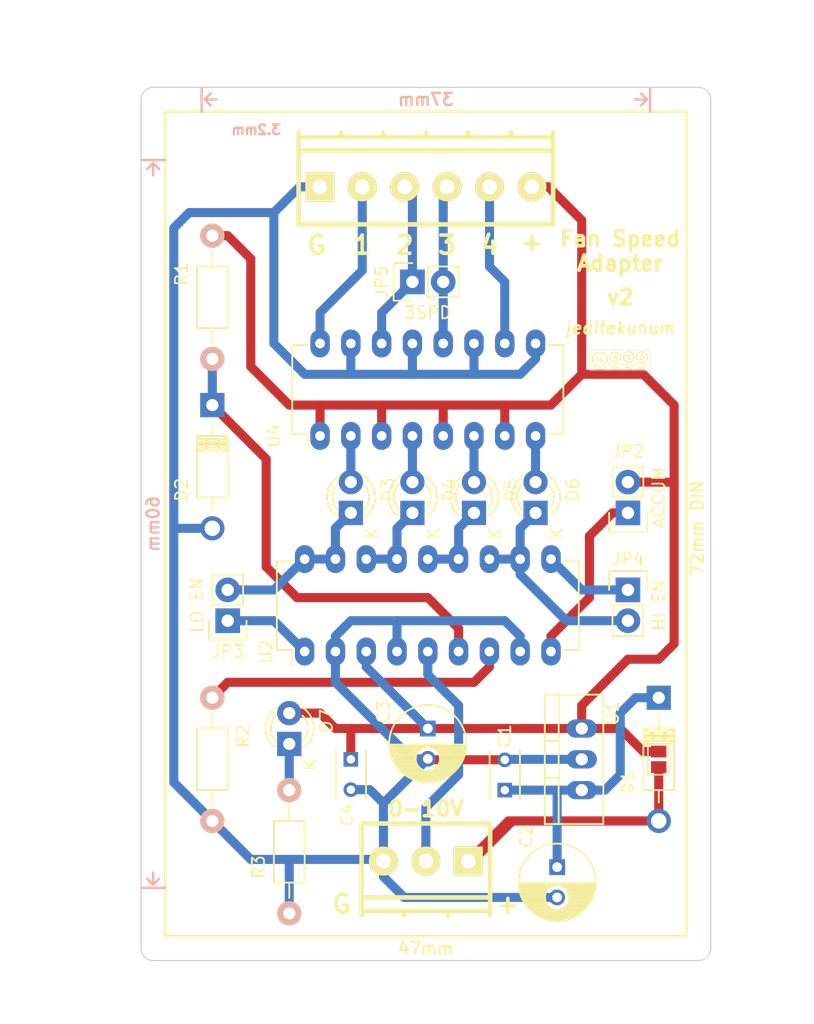
<source format=kicad_pcb>
(kicad_pcb (version 4) (host pcbnew 4.0.4-stable)

  (general
    (links 61)
    (no_connects 0)
    (area 49.949999 49.949999 97.050001 122.050001)
    (thickness 1.6)
    (drawings 49)
    (tracks 162)
    (zones 0)
    (modules 29)
    (nets 24)
  )

  (page A4)
  (layers
    (0 F.Cu signal)
    (31 B.Cu signal)
    (32 B.Adhes user)
    (33 F.Adhes user)
    (34 B.Paste user)
    (35 F.Paste user)
    (36 B.SilkS user)
    (37 F.SilkS user)
    (38 B.Mask user)
    (39 F.Mask user)
    (40 Dwgs.User user)
    (41 Cmts.User user)
    (42 Eco1.User user)
    (43 Eco2.User user)
    (44 Edge.Cuts user)
    (45 Margin user)
    (46 B.CrtYd user)
    (47 F.CrtYd user)
    (48 B.Fab user)
    (49 F.Fab user)
  )

  (setup
    (last_trace_width 0.75)
    (user_trace_width 0.5)
    (user_trace_width 0.75)
    (trace_clearance 0.2)
    (zone_clearance 0.508)
    (zone_45_only yes)
    (trace_min 0.2)
    (segment_width 0.2)
    (edge_width 0.1)
    (via_size 0.6)
    (via_drill 0.4)
    (via_min_size 0.4)
    (via_min_drill 0.3)
    (uvia_size 0.3)
    (uvia_drill 0.1)
    (uvias_allowed no)
    (uvia_min_size 0.2)
    (uvia_min_drill 0.1)
    (pcb_text_width 0.3)
    (pcb_text_size 1.5 1.5)
    (mod_edge_width 0.15)
    (mod_text_size 1 1)
    (mod_text_width 0.15)
    (pad_size 1.5 1.5)
    (pad_drill 0.6)
    (pad_to_mask_clearance 0)
    (aux_axis_origin 0 0)
    (visible_elements FFFFFF7F)
    (pcbplotparams
      (layerselection 0x00030_80000001)
      (usegerberextensions false)
      (excludeedgelayer true)
      (linewidth 0.100000)
      (plotframeref false)
      (viasonmask false)
      (mode 1)
      (useauxorigin false)
      (hpglpennumber 1)
      (hpglpenspeed 20)
      (hpglpendiameter 15)
      (hpglpenoverlay 2)
      (psnegative false)
      (psa4output false)
      (plotreference true)
      (plotvalue true)
      (plotinvisibletext false)
      (padsonsilk false)
      (subtractmaskfromsilk false)
      (outputformat 1)
      (mirror false)
      (drillshape 1)
      (scaleselection 1)
      (outputdirectory ""))
  )

  (net 0 "")
  (net 1 "Net-(C1-Pad1)")
  (net 2 "Net-(D1-Pad2)")
  (net 3 "Net-(D2-Pad1)")
  (net 4 "Net-(R2-Pad1)")
  (net 5 +12V)
  (net 6 "Net-(JP3-Pad1)")
  (net 7 "Net-(JP2-Pad1)")
  (net 8 "Net-(P1-Pad2)")
  (net 9 "Net-(P2-Pad5)")
  (net 10 "Net-(JP5-Pad1)")
  (net 11 "Net-(JP5-Pad2)")
  (net 12 "Net-(D3-Pad2)")
  (net 13 "Net-(D3-Pad1)")
  (net 14 "Net-(D4-Pad1)")
  (net 15 "Net-(D4-Pad2)")
  (net 16 "Net-(D5-Pad1)")
  (net 17 "Net-(D5-Pad2)")
  (net 18 "Net-(D6-Pad1)")
  (net 19 "Net-(D6-Pad2)")
  (net 20 "Net-(D7-Pad1)")
  (net 21 "Net-(JP4-Pad1)")
  (net 22 "Net-(P2-Pad2)")
  (net 23 GND)

  (net_class Default "This is the default net class."
    (clearance 0.2)
    (trace_width 0.25)
    (via_dia 0.6)
    (via_drill 0.4)
    (uvia_dia 0.3)
    (uvia_drill 0.1)
    (add_net +12V)
    (add_net GND)
    (add_net "Net-(C1-Pad1)")
    (add_net "Net-(D1-Pad2)")
    (add_net "Net-(D2-Pad1)")
    (add_net "Net-(D3-Pad1)")
    (add_net "Net-(D3-Pad2)")
    (add_net "Net-(D4-Pad1)")
    (add_net "Net-(D4-Pad2)")
    (add_net "Net-(D5-Pad1)")
    (add_net "Net-(D5-Pad2)")
    (add_net "Net-(D6-Pad1)")
    (add_net "Net-(D6-Pad2)")
    (add_net "Net-(D7-Pad1)")
    (add_net "Net-(JP2-Pad1)")
    (add_net "Net-(JP3-Pad1)")
    (add_net "Net-(JP4-Pad1)")
    (add_net "Net-(JP5-Pad1)")
    (add_net "Net-(JP5-Pad2)")
    (add_net "Net-(P1-Pad2)")
    (add_net "Net-(P2-Pad2)")
    (add_net "Net-(P2-Pad5)")
    (add_net "Net-(R2-Pad1)")
  )

  (module Mounting_Holes:MountingHole_3.2mm_M3 locked (layer F.Cu) (tedit 5862ABD0) (tstamp 586C074D)
    (at 92 116)
    (descr "Mounting Hole 3.2mm, no annular, M3")
    (tags "mounting hole 3.2mm no annular m3")
    (fp_text reference REF** (at 0 -4.2) (layer F.SilkS) hide
      (effects (font (size 1 1) (thickness 0.15)))
    )
    (fp_text value MountingHole_3.2mm_M3 (at 0 4.2) (layer F.Fab) hide
      (effects (font (size 1 1) (thickness 0.15)))
    )
    (fp_circle (center 0 0) (end 3.2 0) (layer Cmts.User) (width 0.15))
    (fp_circle (center 0 0) (end 3.45 0) (layer F.CrtYd) (width 0.05))
    (pad 1 np_thru_hole circle (at 0 0) (size 3.2 3.2) (drill 3.2) (layers *.Cu *.Mask))
  )

  (module Mounting_Holes:MountingHole_3.2mm_M3 locked (layer F.Cu) (tedit 5862ABD0) (tstamp 586C0746)
    (at 92 56)
    (descr "Mounting Hole 3.2mm, no annular, M3")
    (tags "mounting hole 3.2mm no annular m3")
    (fp_text reference REF** (at 0 -4.2) (layer F.SilkS) hide
      (effects (font (size 1 1) (thickness 0.15)))
    )
    (fp_text value MountingHole_3.2mm_M3 (at 0 4.2) (layer F.Fab) hide
      (effects (font (size 1 1) (thickness 0.15)))
    )
    (fp_circle (center 0 0) (end 3.2 0) (layer Cmts.User) (width 0.15))
    (fp_circle (center 0 0) (end 3.45 0) (layer F.CrtYd) (width 0.05))
    (pad 1 np_thru_hole circle (at 0 0) (size 3.2 3.2) (drill 3.2) (layers *.Cu *.Mask))
  )

  (module Mounting_Holes:MountingHole_3.2mm_M3 locked (layer F.Cu) (tedit 5862ABD0) (tstamp 586C0731)
    (at 55 116)
    (descr "Mounting Hole 3.2mm, no annular, M3")
    (tags "mounting hole 3.2mm no annular m3")
    (fp_text reference REF** (at 0 -4.2) (layer F.SilkS) hide
      (effects (font (size 1 1) (thickness 0.15)))
    )
    (fp_text value MountingHole_3.2mm_M3 (at 0 4.2) (layer F.Fab) hide
      (effects (font (size 1 1) (thickness 0.15)))
    )
    (fp_circle (center 0 0) (end 3.2 0) (layer Cmts.User) (width 0.15))
    (fp_circle (center 0 0) (end 3.45 0) (layer F.CrtYd) (width 0.05))
    (pad 1 np_thru_hole circle (at 0 0) (size 3.2 3.2) (drill 3.2) (layers *.Cu *.Mask))
  )

  (module Resistors_ThroughHole:Resistor_Horizontal_RM10mm (layer F.Cu) (tedit 5834BF35) (tstamp 5832264A)
    (at 55.88 62.23 270)
    (descr "Resistor, Axial,  RM 10mm, 1/3W")
    (tags "Resistor Axial RM 10mm 1/3W")
    (path /583219CE)
    (fp_text reference R1 (at 3.175 2.54 270) (layer F.SilkS)
      (effects (font (size 1 1) (thickness 0.15)))
    )
    (fp_text value 1K (at 6.35 2.54 270) (layer F.Fab)
      (effects (font (size 1 1) (thickness 0.15)))
    )
    (fp_line (start -1.25 -1.5) (end 11.4 -1.5) (layer F.CrtYd) (width 0.05))
    (fp_line (start -1.25 1.5) (end -1.25 -1.5) (layer F.CrtYd) (width 0.05))
    (fp_line (start 11.4 -1.5) (end 11.4 1.5) (layer F.CrtYd) (width 0.05))
    (fp_line (start -1.25 1.5) (end 11.4 1.5) (layer F.CrtYd) (width 0.05))
    (fp_line (start 2.54 -1.27) (end 7.62 -1.27) (layer F.SilkS) (width 0.15))
    (fp_line (start 7.62 -1.27) (end 7.62 1.27) (layer F.SilkS) (width 0.15))
    (fp_line (start 7.62 1.27) (end 2.54 1.27) (layer F.SilkS) (width 0.15))
    (fp_line (start 2.54 1.27) (end 2.54 -1.27) (layer F.SilkS) (width 0.15))
    (fp_line (start 2.54 0) (end 1.27 0) (layer F.SilkS) (width 0.15))
    (fp_line (start 7.62 0) (end 8.89 0) (layer F.SilkS) (width 0.15))
    (pad 1 thru_hole circle (at 0 0 270) (size 1.99898 1.99898) (drill 1.00076) (layers *.Cu *.SilkS *.Mask)
      (net 5 +12V))
    (pad 2 thru_hole circle (at 10.16 0 270) (size 1.99898 1.99898) (drill 1.00076) (layers *.Cu *.SilkS *.Mask)
      (net 3 "Net-(D2-Pad1)"))
    (model Resistors_ThroughHole.3dshapes/Resistor_Horizontal_RM10mm.wrl
      (at (xyz 0.2 0 0))
      (scale (xyz 0.4 0.4 0.4))
      (rotate (xyz 0 0 0))
    )
  )

  (module Capacitors_ThroughHole:C_Rect_L4_W2.5_P2.5 (layer F.Cu) (tedit 58599F9D) (tstamp 583225DE)
    (at 80.01 107.95 90)
    (descr "Film Capacitor Length 4mm x Width 2.5mm, Pitch 2.5mm")
    (tags Capacitor)
    (path /582B5068)
    (fp_text reference C1 (at 4.445 0 90) (layer F.SilkS)
      (effects (font (size 1 1) (thickness 0.15)))
    )
    (fp_text value 0.1uF (at -1.905 -0.635 360) (layer F.Fab)
      (effects (font (size 1 1) (thickness 0.15)))
    )
    (fp_line (start -1 -1.5) (end 3.5 -1.5) (layer F.CrtYd) (width 0.05))
    (fp_line (start 3.5 -1.5) (end 3.5 1.5) (layer F.CrtYd) (width 0.05))
    (fp_line (start 3.5 1.5) (end -1 1.5) (layer F.CrtYd) (width 0.05))
    (fp_line (start -1 1.5) (end -1 -1.5) (layer F.CrtYd) (width 0.05))
    (fp_line (start -0.75 -1.25) (end 3.25 -1.25) (layer F.SilkS) (width 0.15))
    (fp_line (start -0.75 1.25) (end 3.25 1.25) (layer F.SilkS) (width 0.15))
    (pad 1 thru_hole rect (at 0 0 90) (size 1.2 1.2) (drill 0.7) (layers *.Cu *.Mask)
      (net 1 "Net-(C1-Pad1)"))
    (pad 2 thru_hole circle (at 2.5 0 90) (size 1.2 1.2) (drill 0.7) (layers *.Cu *.Mask)
      (net 23 GND))
  )

  (module Capacitors_ThroughHole:C_Rect_L4_W2.5_P2.5 (layer F.Cu) (tedit 5867F131) (tstamp 583225F0)
    (at 67.31 105.41 270)
    (descr "Film Capacitor Length 4mm x Width 2.5mm, Pitch 2.5mm")
    (tags Capacitor)
    (path /582B56C0)
    (fp_text reference C4 (at 4.59 0.31 270) (layer F.SilkS)
      (effects (font (size 1 1) (thickness 0.15)))
    )
    (fp_text value 0.1uF (at 1.25 2.5 450) (layer F.Fab)
      (effects (font (size 1 1) (thickness 0.15)))
    )
    (fp_line (start -1 -1.5) (end 3.5 -1.5) (layer F.CrtYd) (width 0.05))
    (fp_line (start 3.5 -1.5) (end 3.5 1.5) (layer F.CrtYd) (width 0.05))
    (fp_line (start 3.5 1.5) (end -1 1.5) (layer F.CrtYd) (width 0.05))
    (fp_line (start -1 1.5) (end -1 -1.5) (layer F.CrtYd) (width 0.05))
    (fp_line (start -0.75 -1.25) (end 3.25 -1.25) (layer F.SilkS) (width 0.15))
    (fp_line (start -0.75 1.25) (end 3.25 1.25) (layer F.SilkS) (width 0.15))
    (pad 1 thru_hole rect (at 0 0 270) (size 1.2 1.2) (drill 0.7) (layers *.Cu *.Mask)
      (net 5 +12V))
    (pad 2 thru_hole circle (at 2.5 0 270) (size 1.2 1.2) (drill 0.7) (layers *.Cu *.Mask)
      (net 23 GND))
  )

  (module Diodes_ThroughHole:Diode_DO-41_SOD81_Horizontal_RM10 (layer F.Cu) (tedit 585FF4B5) (tstamp 58322602)
    (at 92.71 100.33 270)
    (descr "Diode, DO-41, SOD81, Horizontal, RM 10mm,")
    (tags "Diode, DO-41, SOD81, Horizontal, RM 10mm, 1N4007, SB140,")
    (path /582B5017)
    (fp_text reference D1 (at 6.985 2.54 270) (layer F.SilkS)
      (effects (font (size 1 1) (thickness 0.15)))
    )
    (fp_text value D (at 5.08 -2.54 270) (layer F.Fab) hide
      (effects (font (size 1 1) (thickness 0.15)))
    )
    (fp_line (start 7.62 -0.00254) (end 8.636 -0.00254) (layer F.SilkS) (width 0.15))
    (fp_line (start 2.794 -0.00254) (end 1.524 -0.00254) (layer F.SilkS) (width 0.15))
    (fp_line (start 3.048 -1.27254) (end 3.048 1.26746) (layer F.SilkS) (width 0.15))
    (fp_line (start 3.302 -1.27254) (end 3.302 1.26746) (layer F.SilkS) (width 0.15))
    (fp_line (start 3.556 -1.27254) (end 3.556 1.26746) (layer F.SilkS) (width 0.15))
    (fp_line (start 2.794 -1.27254) (end 2.794 1.26746) (layer F.SilkS) (width 0.15))
    (fp_line (start 3.81 -1.27254) (end 2.54 1.26746) (layer F.SilkS) (width 0.15))
    (fp_line (start 2.54 -1.27254) (end 3.81 1.26746) (layer F.SilkS) (width 0.15))
    (fp_line (start 3.81 -1.27254) (end 3.81 1.26746) (layer F.SilkS) (width 0.15))
    (fp_line (start 3.175 -1.27254) (end 3.175 1.26746) (layer F.SilkS) (width 0.15))
    (fp_line (start 2.54 1.26746) (end 2.54 -1.27254) (layer F.SilkS) (width 0.15))
    (fp_line (start 2.54 -1.27254) (end 7.62 -1.27254) (layer F.SilkS) (width 0.15))
    (fp_line (start 7.62 -1.27254) (end 7.62 1.26746) (layer F.SilkS) (width 0.15))
    (fp_line (start 7.62 1.26746) (end 2.54 1.26746) (layer F.SilkS) (width 0.15))
    (pad 2 thru_hole circle (at 10.16 -0.00254 90) (size 1.99898 1.99898) (drill 1.27) (layers *.Cu *.Mask)
      (net 2 "Net-(D1-Pad2)"))
    (pad 1 thru_hole rect (at 0 -0.00254 90) (size 1.99898 1.99898) (drill 1.00076) (layers *.Cu *.Mask)
      (net 1 "Net-(C1-Pad1)"))
  )

  (module Diodes_ThroughHole:Diode_DO-41_SOD81_Horizontal_RM10 (layer F.Cu) (tedit 5835A316) (tstamp 58322608)
    (at 55.88 76.2 270)
    (descr "Diode, DO-41, SOD81, Horizontal, RM 10mm,")
    (tags "Diode, DO-41, SOD81, Horizontal, RM 10mm, 1N4007, SB140,")
    (path /58321A0F)
    (fp_text reference D2 (at 6.985 2.54 270) (layer F.SilkS)
      (effects (font (size 1 1) (thickness 0.15)))
    )
    (fp_text value 10V (at 3.81 2.54 270) (layer F.Fab)
      (effects (font (size 1 1) (thickness 0.15)))
    )
    (fp_line (start 7.62 -0.00254) (end 8.636 -0.00254) (layer F.SilkS) (width 0.15))
    (fp_line (start 2.794 -0.00254) (end 1.524 -0.00254) (layer F.SilkS) (width 0.15))
    (fp_line (start 3.048 -1.27254) (end 3.048 1.26746) (layer F.SilkS) (width 0.15))
    (fp_line (start 3.302 -1.27254) (end 3.302 1.26746) (layer F.SilkS) (width 0.15))
    (fp_line (start 3.556 -1.27254) (end 3.556 1.26746) (layer F.SilkS) (width 0.15))
    (fp_line (start 2.794 -1.27254) (end 2.794 1.26746) (layer F.SilkS) (width 0.15))
    (fp_line (start 3.81 -1.27254) (end 2.54 1.26746) (layer F.SilkS) (width 0.15))
    (fp_line (start 2.54 -1.27254) (end 3.81 1.26746) (layer F.SilkS) (width 0.15))
    (fp_line (start 3.81 -1.27254) (end 3.81 1.26746) (layer F.SilkS) (width 0.15))
    (fp_line (start 3.175 -1.27254) (end 3.175 1.26746) (layer F.SilkS) (width 0.15))
    (fp_line (start 2.54 1.26746) (end 2.54 -1.27254) (layer F.SilkS) (width 0.15))
    (fp_line (start 2.54 -1.27254) (end 7.62 -1.27254) (layer F.SilkS) (width 0.15))
    (fp_line (start 7.62 -1.27254) (end 7.62 1.26746) (layer F.SilkS) (width 0.15))
    (fp_line (start 7.62 1.26746) (end 2.54 1.26746) (layer F.SilkS) (width 0.15))
    (pad 2 thru_hole circle (at 10.16 -0.00254 90) (size 1.99898 1.99898) (drill 1.27) (layers *.Cu *.Mask)
      (net 23 GND))
    (pad 1 thru_hole rect (at 0 -0.00254 90) (size 1.99898 1.99898) (drill 1.00076) (layers *.Cu *.Mask)
      (net 3 "Net-(D2-Pad1)"))
  )

  (module Pin_Headers:Pin_Header_Straight_1x02 (layer F.Cu) (tedit 585FF1F2) (tstamp 58322627)
    (at 90.17 85.09 180)
    (descr "Through hole pin header")
    (tags "pin header")
    (path /585F025E)
    (fp_text reference JP2 (at 0 5.08 180) (layer F.SilkS)
      (effects (font (size 1 1) (thickness 0.15)))
    )
    (fp_text value ACCUM (at -2.54 1.27 270) (layer F.SilkS)
      (effects (font (size 1 1) (thickness 0.15)))
    )
    (fp_line (start 1.27 1.27) (end 1.27 3.81) (layer F.SilkS) (width 0.15))
    (fp_line (start 1.55 -1.55) (end 1.55 0) (layer F.SilkS) (width 0.15))
    (fp_line (start -1.75 -1.75) (end -1.75 4.3) (layer F.CrtYd) (width 0.05))
    (fp_line (start 1.75 -1.75) (end 1.75 4.3) (layer F.CrtYd) (width 0.05))
    (fp_line (start -1.75 -1.75) (end 1.75 -1.75) (layer F.CrtYd) (width 0.05))
    (fp_line (start -1.75 4.3) (end 1.75 4.3) (layer F.CrtYd) (width 0.05))
    (fp_line (start 1.27 1.27) (end -1.27 1.27) (layer F.SilkS) (width 0.15))
    (fp_line (start -1.55 0) (end -1.55 -1.55) (layer F.SilkS) (width 0.15))
    (fp_line (start -1.55 -1.55) (end 1.55 -1.55) (layer F.SilkS) (width 0.15))
    (fp_line (start -1.27 1.27) (end -1.27 3.81) (layer F.SilkS) (width 0.15))
    (fp_line (start -1.27 3.81) (end 1.27 3.81) (layer F.SilkS) (width 0.15))
    (pad 1 thru_hole rect (at 0 0 180) (size 2.032 2.032) (drill 1.016) (layers *.Cu *.Mask)
      (net 7 "Net-(JP2-Pad1)"))
    (pad 2 thru_hole oval (at 0 2.54 180) (size 2.032 2.032) (drill 1.016) (layers *.Cu *.Mask)
      (net 5 +12V))
    (model Pin_Headers.3dshapes/Pin_Header_Straight_1x02.wrl
      (at (xyz 0 -0.05 0))
      (scale (xyz 1 1 1))
      (rotate (xyz 0 0 90))
    )
  )

  (module Pin_Headers:Pin_Header_Straight_1x02 (layer F.Cu) (tedit 58599D90) (tstamp 5832262D)
    (at 57.15 93.98 180)
    (descr "Through hole pin header")
    (tags "pin header")
    (path /58322B25)
    (fp_text reference JP3 (at 0 -2.54 180) (layer F.SilkS)
      (effects (font (size 1 1) (thickness 0.15)))
    )
    (fp_text value "LO EN" (at 2.54 1.27 270) (layer F.SilkS)
      (effects (font (size 1 1) (thickness 0.15)))
    )
    (fp_line (start 1.27 1.27) (end 1.27 3.81) (layer F.SilkS) (width 0.15))
    (fp_line (start 1.55 -1.55) (end 1.55 0) (layer F.SilkS) (width 0.15))
    (fp_line (start -1.75 -1.75) (end -1.75 4.3) (layer F.CrtYd) (width 0.05))
    (fp_line (start 1.75 -1.75) (end 1.75 4.3) (layer F.CrtYd) (width 0.05))
    (fp_line (start -1.75 -1.75) (end 1.75 -1.75) (layer F.CrtYd) (width 0.05))
    (fp_line (start -1.75 4.3) (end 1.75 4.3) (layer F.CrtYd) (width 0.05))
    (fp_line (start 1.27 1.27) (end -1.27 1.27) (layer F.SilkS) (width 0.15))
    (fp_line (start -1.55 0) (end -1.55 -1.55) (layer F.SilkS) (width 0.15))
    (fp_line (start -1.55 -1.55) (end 1.55 -1.55) (layer F.SilkS) (width 0.15))
    (fp_line (start -1.27 1.27) (end -1.27 3.81) (layer F.SilkS) (width 0.15))
    (fp_line (start -1.27 3.81) (end 1.27 3.81) (layer F.SilkS) (width 0.15))
    (pad 1 thru_hole rect (at 0 0 180) (size 2.032 2.032) (drill 1.016) (layers *.Cu *.Mask)
      (net 6 "Net-(JP3-Pad1)"))
    (pad 2 thru_hole oval (at 0 2.54 180) (size 2.032 2.032) (drill 1.016) (layers *.Cu *.Mask)
      (net 13 "Net-(D3-Pad1)"))
    (model Pin_Headers.3dshapes/Pin_Header_Straight_1x02.wrl
      (at (xyz 0 -0.05 0))
      (scale (xyz 1 1 1))
      (rotate (xyz 0 0 90))
    )
  )

  (module Resistors_ThroughHole:Resistor_Horizontal_RM10mm (layer F.Cu) (tedit 5834C1D3) (tstamp 58322650)
    (at 55.88 100.33 270)
    (descr "Resistor, Axial,  RM 10mm, 1/3W")
    (tags "Resistor Axial RM 10mm 1/3W")
    (path /58321980)
    (fp_text reference R2 (at 3.175 -2.54 270) (layer F.SilkS)
      (effects (font (size 1 1) (thickness 0.15)))
    )
    (fp_text value 390* (at 7.62 -2.54 270) (layer F.Fab)
      (effects (font (size 1 1) (thickness 0.15)))
    )
    (fp_line (start -1.25 -1.5) (end 11.4 -1.5) (layer F.CrtYd) (width 0.05))
    (fp_line (start -1.25 1.5) (end -1.25 -1.5) (layer F.CrtYd) (width 0.05))
    (fp_line (start 11.4 -1.5) (end 11.4 1.5) (layer F.CrtYd) (width 0.05))
    (fp_line (start -1.25 1.5) (end 11.4 1.5) (layer F.CrtYd) (width 0.05))
    (fp_line (start 2.54 -1.27) (end 7.62 -1.27) (layer F.SilkS) (width 0.15))
    (fp_line (start 7.62 -1.27) (end 7.62 1.27) (layer F.SilkS) (width 0.15))
    (fp_line (start 7.62 1.27) (end 2.54 1.27) (layer F.SilkS) (width 0.15))
    (fp_line (start 2.54 1.27) (end 2.54 -1.27) (layer F.SilkS) (width 0.15))
    (fp_line (start 2.54 0) (end 1.27 0) (layer F.SilkS) (width 0.15))
    (fp_line (start 7.62 0) (end 8.89 0) (layer F.SilkS) (width 0.15))
    (pad 1 thru_hole circle (at 0 0 270) (size 1.99898 1.99898) (drill 1.00076) (layers *.Cu *.SilkS *.Mask)
      (net 4 "Net-(R2-Pad1)"))
    (pad 2 thru_hole circle (at 10.16 0 270) (size 1.99898 1.99898) (drill 1.00076) (layers *.Cu *.SilkS *.Mask)
      (net 23 GND))
    (model Resistors_ThroughHole.3dshapes/Resistor_Horizontal_RM10mm.wrl
      (at (xyz 0.2 0 0))
      (scale (xyz 0.4 0.4 0.4))
      (rotate (xyz 0 0 0))
    )
  )

  (module Resistors_ThroughHole:Resistor_Horizontal_RM10mm (layer F.Cu) (tedit 585FF159) (tstamp 58322656)
    (at 62.23 107.95 270)
    (descr "Resistor, Axial,  RM 10mm, 1/3W")
    (tags "Resistor Axial RM 10mm 1/3W")
    (path /585F21BA)
    (fp_text reference R3 (at 6.35 2.54 270) (layer F.SilkS)
      (effects (font (size 1 1) (thickness 0.15)))
    )
    (fp_text value R (at 5.12 0.495 270) (layer F.Fab)
      (effects (font (size 1 1) (thickness 0.15)))
    )
    (fp_line (start -1.25 -1.5) (end 11.4 -1.5) (layer F.CrtYd) (width 0.05))
    (fp_line (start -1.25 1.5) (end -1.25 -1.5) (layer F.CrtYd) (width 0.05))
    (fp_line (start 11.4 -1.5) (end 11.4 1.5) (layer F.CrtYd) (width 0.05))
    (fp_line (start -1.25 1.5) (end 11.4 1.5) (layer F.CrtYd) (width 0.05))
    (fp_line (start 2.54 -1.27) (end 7.62 -1.27) (layer F.SilkS) (width 0.15))
    (fp_line (start 7.62 -1.27) (end 7.62 1.27) (layer F.SilkS) (width 0.15))
    (fp_line (start 7.62 1.27) (end 2.54 1.27) (layer F.SilkS) (width 0.15))
    (fp_line (start 2.54 1.27) (end 2.54 -1.27) (layer F.SilkS) (width 0.15))
    (fp_line (start 2.54 0) (end 1.27 0) (layer F.SilkS) (width 0.15))
    (fp_line (start 7.62 0) (end 8.89 0) (layer F.SilkS) (width 0.15))
    (pad 1 thru_hole circle (at 0 0 270) (size 1.99898 1.99898) (drill 1.00076) (layers *.Cu *.SilkS *.Mask)
      (net 20 "Net-(D7-Pad1)"))
    (pad 2 thru_hole circle (at 10.16 0 270) (size 1.99898 1.99898) (drill 1.00076) (layers *.Cu *.SilkS *.Mask)
      (net 23 GND))
    (model Resistors_ThroughHole.3dshapes/Resistor_Horizontal_RM10mm.wrl
      (at (xyz 0.2 0 0))
      (scale (xyz 0.4 0.4 0.4))
      (rotate (xyz 0 0 0))
    )
  )

  (module Housings_DIP:DIP-18_W7.62mm_LongPads (layer F.Cu) (tedit 585FF831) (tstamp 58322686)
    (at 63.5 96.52 90)
    (descr "18-lead dip package, row spacing 7.62 mm (300 mils), longer pads")
    (tags "dil dip 2.54 300")
    (path /58321809)
    (fp_text reference U2 (at 0 -3.175 90) (layer F.SilkS)
      (effects (font (size 1 1) (thickness 0.15)))
    )
    (fp_text value LM3914_LED_BAR_DRIVER (at 5.08 10.16 180) (layer F.Fab)
      (effects (font (size 1 1) (thickness 0.15)))
    )
    (fp_line (start -1.4 -2.45) (end -1.4 22.8) (layer F.CrtYd) (width 0.05))
    (fp_line (start 9 -2.45) (end 9 22.8) (layer F.CrtYd) (width 0.05))
    (fp_line (start -1.4 -2.45) (end 9 -2.45) (layer F.CrtYd) (width 0.05))
    (fp_line (start -1.4 22.8) (end 9 22.8) (layer F.CrtYd) (width 0.05))
    (fp_line (start 0.135 -2.295) (end 0.135 -1.025) (layer F.SilkS) (width 0.15))
    (fp_line (start 7.485 -2.295) (end 7.485 -1.025) (layer F.SilkS) (width 0.15))
    (fp_line (start 7.485 22.615) (end 7.485 21.345) (layer F.SilkS) (width 0.15))
    (fp_line (start 0.135 22.615) (end 0.135 21.345) (layer F.SilkS) (width 0.15))
    (fp_line (start 0.135 -2.295) (end 7.485 -2.295) (layer F.SilkS) (width 0.15))
    (fp_line (start 0.135 22.615) (end 7.485 22.615) (layer F.SilkS) (width 0.15))
    (fp_line (start 0.135 -1.025) (end -1.15 -1.025) (layer F.SilkS) (width 0.15))
    (pad 1 thru_hole oval (at 0 0 90) (size 2.3 1.6) (drill 0.8) (layers *.Cu *.Mask)
      (net 6 "Net-(JP3-Pad1)"))
    (pad 2 thru_hole oval (at 0 2.54 90) (size 2.3 1.6) (drill 0.8) (layers *.Cu *.Mask)
      (net 23 GND))
    (pad 3 thru_hole oval (at 0 5.08 90) (size 2.3 1.6) (drill 0.8) (layers *.Cu *.Mask)
      (net 5 +12V))
    (pad 4 thru_hole oval (at 0 7.62 90) (size 2.3 1.6) (drill 0.8) (layers *.Cu *.Mask)
      (net 23 GND))
    (pad 5 thru_hole oval (at 0 10.16 90) (size 2.3 1.6) (drill 0.8) (layers *.Cu *.Mask)
      (net 8 "Net-(P1-Pad2)"))
    (pad 6 thru_hole oval (at 0 12.7 90) (size 2.3 1.6) (drill 0.8) (layers *.Cu *.Mask)
      (net 3 "Net-(D2-Pad1)"))
    (pad 7 thru_hole oval (at 0 15.24 90) (size 2.3 1.6) (drill 0.8) (layers *.Cu *.Mask)
      (net 4 "Net-(R2-Pad1)"))
    (pad 8 thru_hole oval (at 0 17.78 90) (size 2.3 1.6) (drill 0.8) (layers *.Cu *.Mask)
      (net 23 GND))
    (pad 9 thru_hole oval (at 0 20.32 90) (size 2.3 1.6) (drill 0.8) (layers *.Cu *.Mask)
      (net 7 "Net-(JP2-Pad1)"))
    (pad 10 thru_hole oval (at 7.62 20.32 90) (size 2.3 1.6) (drill 0.8) (layers *.Cu *.Mask)
      (net 21 "Net-(JP4-Pad1)"))
    (pad 11 thru_hole oval (at 7.62 17.78 90) (size 2.3 1.6) (drill 0.8) (layers *.Cu *.Mask)
      (net 18 "Net-(D6-Pad1)"))
    (pad 12 thru_hole oval (at 7.62 15.24 90) (size 2.3 1.6) (drill 0.8) (layers *.Cu *.Mask)
      (net 18 "Net-(D6-Pad1)"))
    (pad 13 thru_hole oval (at 7.62 12.7 90) (size 2.3 1.6) (drill 0.8) (layers *.Cu *.Mask)
      (net 16 "Net-(D5-Pad1)"))
    (pad 14 thru_hole oval (at 7.62 10.16 90) (size 2.3 1.6) (drill 0.8) (layers *.Cu *.Mask)
      (net 16 "Net-(D5-Pad1)"))
    (pad 15 thru_hole oval (at 7.62 7.62 90) (size 2.3 1.6) (drill 0.8) (layers *.Cu *.Mask)
      (net 14 "Net-(D4-Pad1)"))
    (pad 16 thru_hole oval (at 7.62 5.08 90) (size 2.3 1.6) (drill 0.8) (layers *.Cu *.Mask)
      (net 14 "Net-(D4-Pad1)"))
    (pad 17 thru_hole oval (at 7.62 2.54 90) (size 2.3 1.6) (drill 0.8) (layers *.Cu *.Mask)
      (net 13 "Net-(D3-Pad1)"))
    (pad 18 thru_hole oval (at 7.62 0 90) (size 2.3 1.6) (drill 0.8) (layers *.Cu *.Mask)
      (net 13 "Net-(D3-Pad1)"))
    (model Housings_DIP.3dshapes/DIP-18_W7.62mm_LongPads.wrl
      (at (xyz 0 0 0))
      (scale (xyz 1 1 1))
      (rotate (xyz 0 0 0))
    )
  )

  (module Capacitors_ThroughHole:C_Radial_D6.3_L11.2_P2.5 (layer F.Cu) (tedit 5859AA0E) (tstamp 58349C7F)
    (at 84.328 114.3 270)
    (descr "Radial Electrolytic Capacitor, Diameter 6.3mm x Length 11.2mm, Pitch 2.5mm")
    (tags "Electrolytic Capacitor")
    (path /582B503E)
    (fp_text reference C2 (at -2.54 2.54 270) (layer F.SilkS)
      (effects (font (size 1 1) (thickness 0.15)))
    )
    (fp_text value 47uF (at 4.445 -3.81 360) (layer F.Fab)
      (effects (font (size 1 1) (thickness 0.15)))
    )
    (fp_line (start 1.325 -3.149) (end 1.325 3.149) (layer F.SilkS) (width 0.15))
    (fp_line (start 1.465 -3.143) (end 1.465 3.143) (layer F.SilkS) (width 0.15))
    (fp_line (start 1.605 -3.13) (end 1.605 -0.446) (layer F.SilkS) (width 0.15))
    (fp_line (start 1.605 0.446) (end 1.605 3.13) (layer F.SilkS) (width 0.15))
    (fp_line (start 1.745 -3.111) (end 1.745 -0.656) (layer F.SilkS) (width 0.15))
    (fp_line (start 1.745 0.656) (end 1.745 3.111) (layer F.SilkS) (width 0.15))
    (fp_line (start 1.885 -3.085) (end 1.885 -0.789) (layer F.SilkS) (width 0.15))
    (fp_line (start 1.885 0.789) (end 1.885 3.085) (layer F.SilkS) (width 0.15))
    (fp_line (start 2.025 -3.053) (end 2.025 -0.88) (layer F.SilkS) (width 0.15))
    (fp_line (start 2.025 0.88) (end 2.025 3.053) (layer F.SilkS) (width 0.15))
    (fp_line (start 2.165 -3.014) (end 2.165 -0.942) (layer F.SilkS) (width 0.15))
    (fp_line (start 2.165 0.942) (end 2.165 3.014) (layer F.SilkS) (width 0.15))
    (fp_line (start 2.305 -2.968) (end 2.305 -0.981) (layer F.SilkS) (width 0.15))
    (fp_line (start 2.305 0.981) (end 2.305 2.968) (layer F.SilkS) (width 0.15))
    (fp_line (start 2.445 -2.915) (end 2.445 -0.998) (layer F.SilkS) (width 0.15))
    (fp_line (start 2.445 0.998) (end 2.445 2.915) (layer F.SilkS) (width 0.15))
    (fp_line (start 2.585 -2.853) (end 2.585 -0.996) (layer F.SilkS) (width 0.15))
    (fp_line (start 2.585 0.996) (end 2.585 2.853) (layer F.SilkS) (width 0.15))
    (fp_line (start 2.725 -2.783) (end 2.725 -0.974) (layer F.SilkS) (width 0.15))
    (fp_line (start 2.725 0.974) (end 2.725 2.783) (layer F.SilkS) (width 0.15))
    (fp_line (start 2.865 -2.704) (end 2.865 -0.931) (layer F.SilkS) (width 0.15))
    (fp_line (start 2.865 0.931) (end 2.865 2.704) (layer F.SilkS) (width 0.15))
    (fp_line (start 3.005 -2.616) (end 3.005 -0.863) (layer F.SilkS) (width 0.15))
    (fp_line (start 3.005 0.863) (end 3.005 2.616) (layer F.SilkS) (width 0.15))
    (fp_line (start 3.145 -2.516) (end 3.145 -0.764) (layer F.SilkS) (width 0.15))
    (fp_line (start 3.145 0.764) (end 3.145 2.516) (layer F.SilkS) (width 0.15))
    (fp_line (start 3.285 -2.404) (end 3.285 -0.619) (layer F.SilkS) (width 0.15))
    (fp_line (start 3.285 0.619) (end 3.285 2.404) (layer F.SilkS) (width 0.15))
    (fp_line (start 3.425 -2.279) (end 3.425 -0.38) (layer F.SilkS) (width 0.15))
    (fp_line (start 3.425 0.38) (end 3.425 2.279) (layer F.SilkS) (width 0.15))
    (fp_line (start 3.565 -2.136) (end 3.565 2.136) (layer F.SilkS) (width 0.15))
    (fp_line (start 3.705 -1.974) (end 3.705 1.974) (layer F.SilkS) (width 0.15))
    (fp_line (start 3.845 -1.786) (end 3.845 1.786) (layer F.SilkS) (width 0.15))
    (fp_line (start 3.985 -1.563) (end 3.985 1.563) (layer F.SilkS) (width 0.15))
    (fp_line (start 4.125 -1.287) (end 4.125 1.287) (layer F.SilkS) (width 0.15))
    (fp_line (start 4.265 -0.912) (end 4.265 0.912) (layer F.SilkS) (width 0.15))
    (fp_circle (center 2.5 0) (end 2.5 -1) (layer F.SilkS) (width 0.15))
    (fp_circle (center 1.25 0) (end 1.25 -3.1875) (layer F.SilkS) (width 0.15))
    (fp_circle (center 1.25 0) (end 1.25 -3.4) (layer F.CrtYd) (width 0.05))
    (pad 2 thru_hole circle (at 2.5 0 270) (size 1.3 1.3) (drill 0.8) (layers *.Cu *.Mask)
      (net 23 GND))
    (pad 1 thru_hole rect (at 0 0 270) (size 1.3 1.3) (drill 0.8) (layers *.Cu *.Mask)
      (net 1 "Net-(C1-Pad1)"))
    (model Capacitors_ThroughHole.3dshapes/C_Radial_D6.3_L11.2_P2.5.wrl
      (at (xyz 0 0 0))
      (scale (xyz 1 1 1))
      (rotate (xyz 0 0 0))
    )
  )

  (module Capacitors_ThroughHole:C_Radial_D6.3_L11.2_P2.5 (layer F.Cu) (tedit 5867F136) (tstamp 5834A652)
    (at 73.66 102.87 270)
    (descr "Radial Electrolytic Capacitor, Diameter 6.3mm x Length 11.2mm, Pitch 2.5mm")
    (tags "Electrolytic Capacitor")
    (path /582B5663)
    (fp_text reference C3 (at -1.37 3.66 270) (layer F.SilkS)
      (effects (font (size 1 1) (thickness 0.15)))
    )
    (fp_text value 10uF (at -1.905 -3.81 270) (layer F.Fab)
      (effects (font (size 1 1) (thickness 0.15)))
    )
    (fp_line (start 1.325 -3.149) (end 1.325 3.149) (layer F.SilkS) (width 0.15))
    (fp_line (start 1.465 -3.143) (end 1.465 3.143) (layer F.SilkS) (width 0.15))
    (fp_line (start 1.605 -3.13) (end 1.605 -0.446) (layer F.SilkS) (width 0.15))
    (fp_line (start 1.605 0.446) (end 1.605 3.13) (layer F.SilkS) (width 0.15))
    (fp_line (start 1.745 -3.111) (end 1.745 -0.656) (layer F.SilkS) (width 0.15))
    (fp_line (start 1.745 0.656) (end 1.745 3.111) (layer F.SilkS) (width 0.15))
    (fp_line (start 1.885 -3.085) (end 1.885 -0.789) (layer F.SilkS) (width 0.15))
    (fp_line (start 1.885 0.789) (end 1.885 3.085) (layer F.SilkS) (width 0.15))
    (fp_line (start 2.025 -3.053) (end 2.025 -0.88) (layer F.SilkS) (width 0.15))
    (fp_line (start 2.025 0.88) (end 2.025 3.053) (layer F.SilkS) (width 0.15))
    (fp_line (start 2.165 -3.014) (end 2.165 -0.942) (layer F.SilkS) (width 0.15))
    (fp_line (start 2.165 0.942) (end 2.165 3.014) (layer F.SilkS) (width 0.15))
    (fp_line (start 2.305 -2.968) (end 2.305 -0.981) (layer F.SilkS) (width 0.15))
    (fp_line (start 2.305 0.981) (end 2.305 2.968) (layer F.SilkS) (width 0.15))
    (fp_line (start 2.445 -2.915) (end 2.445 -0.998) (layer F.SilkS) (width 0.15))
    (fp_line (start 2.445 0.998) (end 2.445 2.915) (layer F.SilkS) (width 0.15))
    (fp_line (start 2.585 -2.853) (end 2.585 -0.996) (layer F.SilkS) (width 0.15))
    (fp_line (start 2.585 0.996) (end 2.585 2.853) (layer F.SilkS) (width 0.15))
    (fp_line (start 2.725 -2.783) (end 2.725 -0.974) (layer F.SilkS) (width 0.15))
    (fp_line (start 2.725 0.974) (end 2.725 2.783) (layer F.SilkS) (width 0.15))
    (fp_line (start 2.865 -2.704) (end 2.865 -0.931) (layer F.SilkS) (width 0.15))
    (fp_line (start 2.865 0.931) (end 2.865 2.704) (layer F.SilkS) (width 0.15))
    (fp_line (start 3.005 -2.616) (end 3.005 -0.863) (layer F.SilkS) (width 0.15))
    (fp_line (start 3.005 0.863) (end 3.005 2.616) (layer F.SilkS) (width 0.15))
    (fp_line (start 3.145 -2.516) (end 3.145 -0.764) (layer F.SilkS) (width 0.15))
    (fp_line (start 3.145 0.764) (end 3.145 2.516) (layer F.SilkS) (width 0.15))
    (fp_line (start 3.285 -2.404) (end 3.285 -0.619) (layer F.SilkS) (width 0.15))
    (fp_line (start 3.285 0.619) (end 3.285 2.404) (layer F.SilkS) (width 0.15))
    (fp_line (start 3.425 -2.279) (end 3.425 -0.38) (layer F.SilkS) (width 0.15))
    (fp_line (start 3.425 0.38) (end 3.425 2.279) (layer F.SilkS) (width 0.15))
    (fp_line (start 3.565 -2.136) (end 3.565 2.136) (layer F.SilkS) (width 0.15))
    (fp_line (start 3.705 -1.974) (end 3.705 1.974) (layer F.SilkS) (width 0.15))
    (fp_line (start 3.845 -1.786) (end 3.845 1.786) (layer F.SilkS) (width 0.15))
    (fp_line (start 3.985 -1.563) (end 3.985 1.563) (layer F.SilkS) (width 0.15))
    (fp_line (start 4.125 -1.287) (end 4.125 1.287) (layer F.SilkS) (width 0.15))
    (fp_line (start 4.265 -0.912) (end 4.265 0.912) (layer F.SilkS) (width 0.15))
    (fp_circle (center 2.5 0) (end 2.5 -1) (layer F.SilkS) (width 0.15))
    (fp_circle (center 1.25 0) (end 1.25 -3.1875) (layer F.SilkS) (width 0.15))
    (fp_circle (center 1.25 0) (end 1.25 -3.4) (layer F.CrtYd) (width 0.05))
    (pad 2 thru_hole circle (at 2.5 0 270) (size 1.3 1.3) (drill 0.8) (layers *.Cu *.Mask)
      (net 23 GND))
    (pad 1 thru_hole rect (at 0 0 270) (size 1.3 1.3) (drill 0.8) (layers *.Cu *.Mask)
      (net 5 +12V))
    (model Capacitors_ThroughHole.3dshapes/C_Radial_D6.3_L11.2_P2.5.wrl
      (at (xyz 0 0 0))
      (scale (xyz 1 1 1))
      (rotate (xyz 0 0 0))
    )
  )

  (module TO_SOT_Packages_THT:TO-220_Neutral123_Vertical (layer F.Cu) (tedit 5834C6E0) (tstamp 5834B95E)
    (at 86.36 105.41 90)
    (descr "TO-220, Neutral, Vertical,")
    (tags "TO-220, Neutral, Vertical,")
    (path /583316B4)
    (fp_text reference U1 (at 3.81 2.54 90) (layer F.SilkS)
      (effects (font (size 1 1) (thickness 0.15)))
    )
    (fp_text value LM7812 (at -1.27 2.54 90) (layer F.Fab)
      (effects (font (size 1 1) (thickness 0.15)))
    )
    (fp_line (start -1.524 -3.048) (end -1.524 -1.905) (layer F.SilkS) (width 0.15))
    (fp_line (start 1.524 -3.048) (end 1.524 -1.905) (layer F.SilkS) (width 0.15))
    (fp_line (start 5.334 -1.905) (end 5.334 1.778) (layer F.SilkS) (width 0.15))
    (fp_line (start 5.334 1.778) (end -5.334 1.778) (layer F.SilkS) (width 0.15))
    (fp_line (start -5.334 1.778) (end -5.334 -1.905) (layer F.SilkS) (width 0.15))
    (fp_line (start 5.334 -3.048) (end 5.334 -1.905) (layer F.SilkS) (width 0.15))
    (fp_line (start 5.334 -1.905) (end -5.334 -1.905) (layer F.SilkS) (width 0.15))
    (fp_line (start -5.334 -1.905) (end -5.334 -3.048) (layer F.SilkS) (width 0.15))
    (fp_line (start 0 -3.048) (end -5.334 -3.048) (layer F.SilkS) (width 0.15))
    (fp_line (start 0 -3.048) (end 5.334 -3.048) (layer F.SilkS) (width 0.15))
    (pad 2 thru_hole oval (at 0 0 180) (size 2.49936 1.50114) (drill 1.00076) (layers *.Cu *.Mask)
      (net 23 GND))
    (pad 1 thru_hole oval (at -2.54 0 180) (size 2.49936 1.50114) (drill 1.00076) (layers *.Cu *.Mask)
      (net 1 "Net-(C1-Pad1)"))
    (pad 3 thru_hole oval (at 2.54 0 180) (size 2.49936 1.50114) (drill 1.00076) (layers *.Cu *.Mask)
      (net 5 +12V))
    (model TO_SOT_Packages_THT.3dshapes/TO-220_Neutral123_Vertical.wrl
      (at (xyz 0 0 0))
      (scale (xyz 0.3937 0.3937 0.3937))
      (rotate (xyz 0 0 0))
    )
  )

  (module Pin_Headers:Pin_Header_Straight_1x02 (layer F.Cu) (tedit 5834C5D7) (tstamp 5834C51A)
    (at 90.17 91.44)
    (descr "Through hole pin header")
    (tags "pin header")
    (path /585F0FFF)
    (fp_text reference JP4 (at 0 -2.54) (layer F.SilkS)
      (effects (font (size 1 1) (thickness 0.15)))
    )
    (fp_text value "HI EN" (at 2.54 1.27 90) (layer F.SilkS)
      (effects (font (size 1 1) (thickness 0.15)))
    )
    (fp_line (start 1.27 1.27) (end 1.27 3.81) (layer F.SilkS) (width 0.15))
    (fp_line (start 1.55 -1.55) (end 1.55 0) (layer F.SilkS) (width 0.15))
    (fp_line (start -1.75 -1.75) (end -1.75 4.3) (layer F.CrtYd) (width 0.05))
    (fp_line (start 1.75 -1.75) (end 1.75 4.3) (layer F.CrtYd) (width 0.05))
    (fp_line (start -1.75 -1.75) (end 1.75 -1.75) (layer F.CrtYd) (width 0.05))
    (fp_line (start -1.75 4.3) (end 1.75 4.3) (layer F.CrtYd) (width 0.05))
    (fp_line (start 1.27 1.27) (end -1.27 1.27) (layer F.SilkS) (width 0.15))
    (fp_line (start -1.55 0) (end -1.55 -1.55) (layer F.SilkS) (width 0.15))
    (fp_line (start -1.55 -1.55) (end 1.55 -1.55) (layer F.SilkS) (width 0.15))
    (fp_line (start -1.27 1.27) (end -1.27 3.81) (layer F.SilkS) (width 0.15))
    (fp_line (start -1.27 3.81) (end 1.27 3.81) (layer F.SilkS) (width 0.15))
    (pad 1 thru_hole rect (at 0 0) (size 2.032 2.032) (drill 1.016) (layers *.Cu *.Mask)
      (net 21 "Net-(JP4-Pad1)"))
    (pad 2 thru_hole oval (at 0 2.54) (size 2.032 2.032) (drill 1.016) (layers *.Cu *.Mask)
      (net 18 "Net-(D6-Pad1)"))
    (model Pin_Headers.3dshapes/Pin_Header_Straight_1x02.wrl
      (at (xyz 0 -0.05 0))
      (scale (xyz 1 1 1))
      (rotate (xyz 0 0 90))
    )
  )

  (module Housings_DIP:DIP-16_W7.62mm_LongPads (layer F.Cu) (tedit 585FF840) (tstamp 585EE76A)
    (at 64.77 78.74 90)
    (descr "16-lead dip package, row spacing 7.62 mm (300 mils), longer pads")
    (tags "dil dip 2.54 300")
    (path /585EE296)
    (fp_text reference U4 (at 0 -3.81 90) (layer F.SilkS)
      (effects (font (size 1 1) (thickness 0.15)))
    )
    (fp_text value LTV-845 (at 6.35 -3.81 90) (layer F.Fab)
      (effects (font (size 1 1) (thickness 0.15)))
    )
    (fp_line (start -1.4 -2.45) (end -1.4 20.25) (layer F.CrtYd) (width 0.05))
    (fp_line (start 9 -2.45) (end 9 20.25) (layer F.CrtYd) (width 0.05))
    (fp_line (start -1.4 -2.45) (end 9 -2.45) (layer F.CrtYd) (width 0.05))
    (fp_line (start -1.4 20.25) (end 9 20.25) (layer F.CrtYd) (width 0.05))
    (fp_line (start 0.135 -2.295) (end 0.135 -1.025) (layer F.SilkS) (width 0.15))
    (fp_line (start 7.485 -2.295) (end 7.485 -1.025) (layer F.SilkS) (width 0.15))
    (fp_line (start 7.485 20.075) (end 7.485 18.805) (layer F.SilkS) (width 0.15))
    (fp_line (start 0.135 20.075) (end 0.135 18.805) (layer F.SilkS) (width 0.15))
    (fp_line (start 0.135 -2.295) (end 7.485 -2.295) (layer F.SilkS) (width 0.15))
    (fp_line (start 0.135 20.075) (end 7.485 20.075) (layer F.SilkS) (width 0.15))
    (fp_line (start 0.135 -1.025) (end -1.15 -1.025) (layer F.SilkS) (width 0.15))
    (pad 1 thru_hole oval (at 0 0 90) (size 2.3 1.6) (drill 0.8) (layers *.Cu *.Mask)
      (net 5 +12V))
    (pad 2 thru_hole oval (at 0 2.54 90) (size 2.3 1.6) (drill 0.8) (layers *.Cu *.Mask)
      (net 12 "Net-(D3-Pad2)"))
    (pad 3 thru_hole oval (at 0 5.08 90) (size 2.3 1.6) (drill 0.8) (layers *.Cu *.Mask)
      (net 5 +12V))
    (pad 4 thru_hole oval (at 0 7.62 90) (size 2.3 1.6) (drill 0.8) (layers *.Cu *.Mask)
      (net 15 "Net-(D4-Pad2)"))
    (pad 5 thru_hole oval (at 0 10.16 90) (size 2.3 1.6) (drill 0.8) (layers *.Cu *.Mask)
      (net 5 +12V))
    (pad 6 thru_hole oval (at 0 12.7 90) (size 2.3 1.6) (drill 0.8) (layers *.Cu *.Mask)
      (net 17 "Net-(D5-Pad2)"))
    (pad 7 thru_hole oval (at 0 15.24 90) (size 2.3 1.6) (drill 0.8) (layers *.Cu *.Mask)
      (net 5 +12V))
    (pad 8 thru_hole oval (at 0 17.78 90) (size 2.3 1.6) (drill 0.8) (layers *.Cu *.Mask)
      (net 19 "Net-(D6-Pad2)"))
    (pad 9 thru_hole oval (at 7.62 17.78 90) (size 2.3 1.6) (drill 0.8) (layers *.Cu *.Mask)
      (net 23 GND))
    (pad 10 thru_hole oval (at 7.62 15.24 90) (size 2.3 1.6) (drill 0.8) (layers *.Cu *.Mask)
      (net 9 "Net-(P2-Pad5)"))
    (pad 11 thru_hole oval (at 7.62 12.7 90) (size 2.3 1.6) (drill 0.8) (layers *.Cu *.Mask)
      (net 23 GND))
    (pad 12 thru_hole oval (at 7.62 10.16 90) (size 2.3 1.6) (drill 0.8) (layers *.Cu *.Mask)
      (net 11 "Net-(JP5-Pad2)"))
    (pad 13 thru_hole oval (at 7.62 7.62 90) (size 2.3 1.6) (drill 0.8) (layers *.Cu *.Mask)
      (net 23 GND))
    (pad 14 thru_hole oval (at 7.62 5.08 90) (size 2.3 1.6) (drill 0.8) (layers *.Cu *.Mask)
      (net 10 "Net-(JP5-Pad1)"))
    (pad 15 thru_hole oval (at 7.62 2.54 90) (size 2.3 1.6) (drill 0.8) (layers *.Cu *.Mask)
      (net 23 GND))
    (pad 16 thru_hole oval (at 7.62 0 90) (size 2.3 1.6) (drill 0.8) (layers *.Cu *.Mask)
      (net 22 "Net-(P2-Pad2)"))
    (model Housings_DIP.3dshapes/DIP-16_W7.62mm_LongPads.wrl
      (at (xyz 0 0 0))
      (scale (xyz 1 1 1))
      (rotate (xyz 0 0 0))
    )
  )

  (module LEDs:LED-3MM (layer F.Cu) (tedit 559B82F6) (tstamp 585EF4EE)
    (at 67.31 85.09 90)
    (descr "LED 3mm round vertical")
    (tags "LED  3mm round vertical")
    (path /585EE2F4)
    (fp_text reference D3 (at 1.91 3.06 90) (layer F.SilkS)
      (effects (font (size 1 1) (thickness 0.15)))
    )
    (fp_text value LED (at 1.3 -2.9 90) (layer F.Fab)
      (effects (font (size 1 1) (thickness 0.15)))
    )
    (fp_line (start -1.2 2.3) (end 3.8 2.3) (layer F.CrtYd) (width 0.05))
    (fp_line (start 3.8 2.3) (end 3.8 -2.2) (layer F.CrtYd) (width 0.05))
    (fp_line (start 3.8 -2.2) (end -1.2 -2.2) (layer F.CrtYd) (width 0.05))
    (fp_line (start -1.2 -2.2) (end -1.2 2.3) (layer F.CrtYd) (width 0.05))
    (fp_line (start -0.199 1.314) (end -0.199 1.114) (layer F.SilkS) (width 0.15))
    (fp_line (start -0.199 -1.28) (end -0.199 -1.1) (layer F.SilkS) (width 0.15))
    (fp_arc (start 1.301 0.034) (end -0.199 -1.286) (angle 108.5) (layer F.SilkS) (width 0.15))
    (fp_arc (start 1.301 0.034) (end 0.25 -1.1) (angle 85.7) (layer F.SilkS) (width 0.15))
    (fp_arc (start 1.311 0.034) (end 3.051 0.994) (angle 110) (layer F.SilkS) (width 0.15))
    (fp_arc (start 1.301 0.034) (end 2.335 1.094) (angle 87.5) (layer F.SilkS) (width 0.15))
    (fp_text user K (at -1.69 1.74 90) (layer F.SilkS)
      (effects (font (size 1 1) (thickness 0.15)))
    )
    (pad 1 thru_hole rect (at 0 0 180) (size 2 2) (drill 1.00076) (layers *.Cu *.Mask)
      (net 13 "Net-(D3-Pad1)"))
    (pad 2 thru_hole circle (at 2.54 0 90) (size 2 2) (drill 1.00076) (layers *.Cu *.Mask)
      (net 12 "Net-(D3-Pad2)"))
    (model LEDs.3dshapes/LED-3MM.wrl
      (at (xyz 0.05 0 0))
      (scale (xyz 1 1 1))
      (rotate (xyz 0 0 90))
    )
  )

  (module LEDs:LED-3MM (layer F.Cu) (tedit 559B82F6) (tstamp 585EF4F8)
    (at 72.39 85.09 90)
    (descr "LED 3mm round vertical")
    (tags "LED  3mm round vertical")
    (path /585F15B9)
    (fp_text reference D4 (at 1.91 3.06 90) (layer F.SilkS)
      (effects (font (size 1 1) (thickness 0.15)))
    )
    (fp_text value LED (at 1.3 -2.9 90) (layer F.Fab)
      (effects (font (size 1 1) (thickness 0.15)))
    )
    (fp_line (start -1.2 2.3) (end 3.8 2.3) (layer F.CrtYd) (width 0.05))
    (fp_line (start 3.8 2.3) (end 3.8 -2.2) (layer F.CrtYd) (width 0.05))
    (fp_line (start 3.8 -2.2) (end -1.2 -2.2) (layer F.CrtYd) (width 0.05))
    (fp_line (start -1.2 -2.2) (end -1.2 2.3) (layer F.CrtYd) (width 0.05))
    (fp_line (start -0.199 1.314) (end -0.199 1.114) (layer F.SilkS) (width 0.15))
    (fp_line (start -0.199 -1.28) (end -0.199 -1.1) (layer F.SilkS) (width 0.15))
    (fp_arc (start 1.301 0.034) (end -0.199 -1.286) (angle 108.5) (layer F.SilkS) (width 0.15))
    (fp_arc (start 1.301 0.034) (end 0.25 -1.1) (angle 85.7) (layer F.SilkS) (width 0.15))
    (fp_arc (start 1.311 0.034) (end 3.051 0.994) (angle 110) (layer F.SilkS) (width 0.15))
    (fp_arc (start 1.301 0.034) (end 2.335 1.094) (angle 87.5) (layer F.SilkS) (width 0.15))
    (fp_text user K (at -1.69 1.74 90) (layer F.SilkS)
      (effects (font (size 1 1) (thickness 0.15)))
    )
    (pad 1 thru_hole rect (at 0 0 180) (size 2 2) (drill 1.00076) (layers *.Cu *.Mask)
      (net 14 "Net-(D4-Pad1)"))
    (pad 2 thru_hole circle (at 2.54 0 90) (size 2 2) (drill 1.00076) (layers *.Cu *.Mask)
      (net 15 "Net-(D4-Pad2)"))
    (model LEDs.3dshapes/LED-3MM.wrl
      (at (xyz 0.05 0 0))
      (scale (xyz 1 1 1))
      (rotate (xyz 0 0 90))
    )
  )

  (module LEDs:LED-3MM (layer F.Cu) (tedit 559B82F6) (tstamp 585EF4FE)
    (at 77.47 85.09 90)
    (descr "LED 3mm round vertical")
    (tags "LED  3mm round vertical")
    (path /585F1604)
    (fp_text reference D5 (at 1.91 3.06 90) (layer F.SilkS)
      (effects (font (size 1 1) (thickness 0.15)))
    )
    (fp_text value LED (at 1.3 -2.9 90) (layer F.Fab)
      (effects (font (size 1 1) (thickness 0.15)))
    )
    (fp_line (start -1.2 2.3) (end 3.8 2.3) (layer F.CrtYd) (width 0.05))
    (fp_line (start 3.8 2.3) (end 3.8 -2.2) (layer F.CrtYd) (width 0.05))
    (fp_line (start 3.8 -2.2) (end -1.2 -2.2) (layer F.CrtYd) (width 0.05))
    (fp_line (start -1.2 -2.2) (end -1.2 2.3) (layer F.CrtYd) (width 0.05))
    (fp_line (start -0.199 1.314) (end -0.199 1.114) (layer F.SilkS) (width 0.15))
    (fp_line (start -0.199 -1.28) (end -0.199 -1.1) (layer F.SilkS) (width 0.15))
    (fp_arc (start 1.301 0.034) (end -0.199 -1.286) (angle 108.5) (layer F.SilkS) (width 0.15))
    (fp_arc (start 1.301 0.034) (end 0.25 -1.1) (angle 85.7) (layer F.SilkS) (width 0.15))
    (fp_arc (start 1.311 0.034) (end 3.051 0.994) (angle 110) (layer F.SilkS) (width 0.15))
    (fp_arc (start 1.301 0.034) (end 2.335 1.094) (angle 87.5) (layer F.SilkS) (width 0.15))
    (fp_text user K (at -1.69 1.74 90) (layer F.SilkS)
      (effects (font (size 1 1) (thickness 0.15)))
    )
    (pad 1 thru_hole rect (at 0 0 180) (size 2 2) (drill 1.00076) (layers *.Cu *.Mask)
      (net 16 "Net-(D5-Pad1)"))
    (pad 2 thru_hole circle (at 2.54 0 90) (size 2 2) (drill 1.00076) (layers *.Cu *.Mask)
      (net 17 "Net-(D5-Pad2)"))
    (model LEDs.3dshapes/LED-3MM.wrl
      (at (xyz 0.05 0 0))
      (scale (xyz 1 1 1))
      (rotate (xyz 0 0 90))
    )
  )

  (module LEDs:LED-3MM (layer F.Cu) (tedit 559B82F6) (tstamp 585EF504)
    (at 82.55 85.09 90)
    (descr "LED 3mm round vertical")
    (tags "LED  3mm round vertical")
    (path /585F1654)
    (fp_text reference D6 (at 1.91 3.06 90) (layer F.SilkS)
      (effects (font (size 1 1) (thickness 0.15)))
    )
    (fp_text value LED (at 1.3 -2.9 90) (layer F.Fab)
      (effects (font (size 1 1) (thickness 0.15)))
    )
    (fp_line (start -1.2 2.3) (end 3.8 2.3) (layer F.CrtYd) (width 0.05))
    (fp_line (start 3.8 2.3) (end 3.8 -2.2) (layer F.CrtYd) (width 0.05))
    (fp_line (start 3.8 -2.2) (end -1.2 -2.2) (layer F.CrtYd) (width 0.05))
    (fp_line (start -1.2 -2.2) (end -1.2 2.3) (layer F.CrtYd) (width 0.05))
    (fp_line (start -0.199 1.314) (end -0.199 1.114) (layer F.SilkS) (width 0.15))
    (fp_line (start -0.199 -1.28) (end -0.199 -1.1) (layer F.SilkS) (width 0.15))
    (fp_arc (start 1.301 0.034) (end -0.199 -1.286) (angle 108.5) (layer F.SilkS) (width 0.15))
    (fp_arc (start 1.301 0.034) (end 0.25 -1.1) (angle 85.7) (layer F.SilkS) (width 0.15))
    (fp_arc (start 1.311 0.034) (end 3.051 0.994) (angle 110) (layer F.SilkS) (width 0.15))
    (fp_arc (start 1.301 0.034) (end 2.335 1.094) (angle 87.5) (layer F.SilkS) (width 0.15))
    (fp_text user K (at -1.69 1.74 90) (layer F.SilkS)
      (effects (font (size 1 1) (thickness 0.15)))
    )
    (pad 1 thru_hole rect (at 0 0 180) (size 2 2) (drill 1.00076) (layers *.Cu *.Mask)
      (net 18 "Net-(D6-Pad1)"))
    (pad 2 thru_hole circle (at 2.54 0 90) (size 2 2) (drill 1.00076) (layers *.Cu *.Mask)
      (net 19 "Net-(D6-Pad2)"))
    (model LEDs.3dshapes/LED-3MM.wrl
      (at (xyz 0.05 0 0))
      (scale (xyz 1 1 1))
      (rotate (xyz 0 0 90))
    )
  )

  (module LEDs:LED-3MM (layer F.Cu) (tedit 559B82F6) (tstamp 585EF50A)
    (at 62.23 104.14 90)
    (descr "LED 3mm round vertical")
    (tags "LED  3mm round vertical")
    (path /585F207C)
    (fp_text reference D7 (at 1.91 3.06 90) (layer F.SilkS)
      (effects (font (size 1 1) (thickness 0.15)))
    )
    (fp_text value LED (at 1.3 -2.9 90) (layer F.Fab)
      (effects (font (size 1 1) (thickness 0.15)))
    )
    (fp_line (start -1.2 2.3) (end 3.8 2.3) (layer F.CrtYd) (width 0.05))
    (fp_line (start 3.8 2.3) (end 3.8 -2.2) (layer F.CrtYd) (width 0.05))
    (fp_line (start 3.8 -2.2) (end -1.2 -2.2) (layer F.CrtYd) (width 0.05))
    (fp_line (start -1.2 -2.2) (end -1.2 2.3) (layer F.CrtYd) (width 0.05))
    (fp_line (start -0.199 1.314) (end -0.199 1.114) (layer F.SilkS) (width 0.15))
    (fp_line (start -0.199 -1.28) (end -0.199 -1.1) (layer F.SilkS) (width 0.15))
    (fp_arc (start 1.301 0.034) (end -0.199 -1.286) (angle 108.5) (layer F.SilkS) (width 0.15))
    (fp_arc (start 1.301 0.034) (end 0.25 -1.1) (angle 85.7) (layer F.SilkS) (width 0.15))
    (fp_arc (start 1.311 0.034) (end 3.051 0.994) (angle 110) (layer F.SilkS) (width 0.15))
    (fp_arc (start 1.301 0.034) (end 2.335 1.094) (angle 87.5) (layer F.SilkS) (width 0.15))
    (fp_text user K (at -1.69 1.74 90) (layer F.SilkS)
      (effects (font (size 1 1) (thickness 0.15)))
    )
    (pad 1 thru_hole rect (at 0 0 180) (size 2 2) (drill 1.00076) (layers *.Cu *.Mask)
      (net 20 "Net-(D7-Pad1)"))
    (pad 2 thru_hole circle (at 2.54 0 90) (size 2 2) (drill 1.00076) (layers *.Cu *.Mask)
      (net 5 +12V))
    (model LEDs.3dshapes/LED-3MM.wrl
      (at (xyz 0.05 0 0))
      (scale (xyz 1 1 1))
      (rotate (xyz 0 0 90))
    )
  )

  (module Pin_Headers:Pin_Header_Straight_1x02 (layer F.Cu) (tedit 585FFD4B) (tstamp 585EF50B)
    (at 72.39 66.04 90)
    (descr "Through hole pin header")
    (tags "pin header")
    (path /585F29F9)
    (fp_text reference JP5 (at 0 -2.54 90) (layer F.SilkS)
      (effects (font (size 1 1) (thickness 0.15)))
    )
    (fp_text value 3SPD (at -2.54 1.27 180) (layer F.SilkS)
      (effects (font (size 1 1) (thickness 0.15)))
    )
    (fp_line (start 1.27 1.27) (end 1.27 3.81) (layer F.SilkS) (width 0.15))
    (fp_line (start 1.55 -1.55) (end 1.55 0) (layer F.SilkS) (width 0.15))
    (fp_line (start -1.75 -1.75) (end -1.75 4.3) (layer F.CrtYd) (width 0.05))
    (fp_line (start 1.75 -1.75) (end 1.75 4.3) (layer F.CrtYd) (width 0.05))
    (fp_line (start -1.75 -1.75) (end 1.75 -1.75) (layer F.CrtYd) (width 0.05))
    (fp_line (start -1.75 4.3) (end 1.75 4.3) (layer F.CrtYd) (width 0.05))
    (fp_line (start 1.27 1.27) (end -1.27 1.27) (layer F.SilkS) (width 0.15))
    (fp_line (start -1.55 0) (end -1.55 -1.55) (layer F.SilkS) (width 0.15))
    (fp_line (start -1.55 -1.55) (end 1.55 -1.55) (layer F.SilkS) (width 0.15))
    (fp_line (start -1.27 1.27) (end -1.27 3.81) (layer F.SilkS) (width 0.15))
    (fp_line (start -1.27 3.81) (end 1.27 3.81) (layer F.SilkS) (width 0.15))
    (pad 1 thru_hole rect (at 0 0 90) (size 2.032 2.032) (drill 1.016) (layers *.Cu *.Mask)
      (net 10 "Net-(JP5-Pad1)"))
    (pad 2 thru_hole oval (at 0 2.54 90) (size 2.032 2.032) (drill 1.016) (layers *.Cu *.Mask)
      (net 11 "Net-(JP5-Pad2)"))
    (model Pin_Headers.3dshapes/Pin_Header_Straight_1x02.wrl
      (at (xyz 0 -0.05 0))
      (scale (xyz 1 1 1))
      (rotate (xyz 0 0 90))
    )
  )

  (module w_conn_pt-1,5:pt_1,5-3-3,5-h (layer F.Cu) (tedit 585EF7D0) (tstamp 585EF796)
    (at 73.5 114.5)
    (descr "3-way 3.5mm pitch terminal block, Phoenix PT series")
    (path /58594E14)
    (fp_text reference P1 (at 0 5.3) (layer F.SilkS) hide
      (effects (font (size 1.5 1.5) (thickness 0.3)))
    )
    (fp_text value CONN_3 (at 0 -5) (layer F.SilkS) hide
      (effects (font (size 1.5 1.5) (thickness 0.3)))
    )
    (fp_line (start -1.8 3.4) (end -1.8 3.8) (layer F.SilkS) (width 0.381))
    (fp_line (start 1.8 3.4) (end 1.8 3.8) (layer F.SilkS) (width 0.381))
    (fp_line (start -5.3 2.3) (end 5.3 2.3) (layer F.SilkS) (width 0.381))
    (fp_line (start -5.3 3.4) (end 5.3 3.4) (layer F.SilkS) (width 0.381))
    (fp_line (start -5.3 -3.8) (end -5.3 3.8) (layer F.SilkS) (width 0.381))
    (fp_line (start 5.3 3.8) (end 5.3 -3.8) (layer F.SilkS) (width 0.381))
    (fp_line (start 5.3 -3.8) (end -5.3 -3.8) (layer F.SilkS) (width 0.381))
    (pad 2 thru_hole circle (at 0 -0.7) (size 2.4 2.4) (drill 1.2) (layers *.Cu *.Mask F.SilkS)
      (net 8 "Net-(P1-Pad2)"))
    (pad 1 thru_hole rect (at 3.5 -0.7) (size 2.4 2.4) (drill 1.2) (layers *.Cu *.Mask F.SilkS)
      (net 2 "Net-(D1-Pad2)"))
    (pad 3 thru_hole circle (at -3.5 -0.7) (size 2.4 2.4) (drill 1.2) (layers *.Cu *.Mask F.SilkS)
      (net 23 GND))
    (model ${KIWALTER3DMOD}/walter/conn_pt-1_5/pt_1,5-3-3,5-h.wrl
      (at (xyz 0 0 0))
      (scale (xyz 1 1 1))
      (rotate (xyz 0 0 0))
    )
  )

  (module w_conn_pt-1,5:pt_1,5-6-3,5-h (layer F.Cu) (tedit 585EF740) (tstamp 585EF79C)
    (at 73.5 57.5 180)
    (descr "6-way 3.5mm pitch terminal block, Phoenix PT series")
    (path /58594E7A)
    (fp_text reference P2 (at 0 5.3 180) (layer F.SilkS) hide
      (effects (font (size 1.5 1.5) (thickness 0.3)))
    )
    (fp_text value CONN_6 (at 0 -5 180) (layer F.SilkS) hide
      (effects (font (size 1.5 1.5) (thickness 0.3)))
    )
    (fp_line (start 7 3.4) (end 7 3.8) (layer F.SilkS) (width 0.381))
    (fp_line (start 3.5 3.4) (end 3.5 3.8) (layer F.SilkS) (width 0.381))
    (fp_line (start -7 3.4) (end -7 3.8) (layer F.SilkS) (width 0.381))
    (fp_line (start -3.5 3.4) (end -3.5 3.8) (layer F.SilkS) (width 0.381))
    (fp_line (start 0 3.4) (end 0 3.8) (layer F.SilkS) (width 0.381))
    (fp_line (start -10.5 2.3) (end 10.5 2.3) (layer F.SilkS) (width 0.381))
    (fp_line (start -10.5 3.4) (end 10.5 3.4) (layer F.SilkS) (width 0.381))
    (fp_line (start -10.5 -3.8) (end -10.5 3.8) (layer F.SilkS) (width 0.381))
    (fp_line (start 10.5 3.8) (end 10.5 -3.8) (layer F.SilkS) (width 0.381))
    (fp_line (start 10.5 -3.8) (end -10.5 -3.8) (layer F.SilkS) (width 0.381))
    (pad 2 thru_hole circle (at 5.25 -0.7 180) (size 2.4 2.4) (drill 1.2) (layers *.Cu *.Mask F.SilkS)
      (net 22 "Net-(P2-Pad2)"))
    (pad 1 thru_hole rect (at 8.75 -0.7 180) (size 2.4 2.4) (drill 1.2) (layers *.Cu *.Mask F.SilkS)
      (net 23 GND))
    (pad 3 thru_hole circle (at 1.75 -0.7 180) (size 2.4 2.4) (drill 1.2) (layers *.Cu *.Mask F.SilkS)
      (net 10 "Net-(JP5-Pad1)"))
    (pad 4 thru_hole circle (at -1.75 -0.7 180) (size 2.4 2.4) (drill 1.2) (layers *.Cu *.Mask F.SilkS)
      (net 11 "Net-(JP5-Pad2)"))
    (pad 5 thru_hole circle (at -5.25 -0.7 180) (size 2.4 2.4) (drill 1.2) (layers *.Cu *.Mask F.SilkS)
      (net 9 "Net-(P2-Pad5)"))
    (pad 6 thru_hole circle (at -8.75 -0.7 180) (size 2.4 2.4) (drill 1.2) (layers *.Cu *.Mask F.SilkS)
      (net 5 +12V))
    (model ${KIWALTER3DMOD}/walter/conn_pt-1_5/pt_1,5-6-3,5-h.wrl
      (at (xyz 0 0 0))
      (scale (xyz 1 1 1))
      (rotate (xyz 0 0 0))
    )
  )

  (module w_logo:Logo_silk_CC-BY-NC-SA_5x2mm (layer F.Cu) (tedit 0) (tstamp 58618276)
    (at 89.5 72.5)
    (descr "CC BY-NC-SA logo, 5x2mm")
    (fp_text reference G*** (at 0.2 -0.7) (layer F.SilkS) hide
      (effects (font (size 0.0889 0.0889) (thickness 0.01778)))
    )
    (fp_text value LOGO (at 0.2 0.2) (layer F.SilkS) hide
      (effects (font (size 0.0889 0.0889) (thickness 0.01778)))
    )
    (fp_poly (pts (xy 2.49936 0.87376) (xy 2.45364 0.87376) (xy 2.45364 0.34798) (xy 2.45364 -0.22352)
      (xy 2.45364 -0.8001) (xy 2.4384 -0.81534) (xy 2.4257 -0.82804) (xy 0 -0.82804)
      (xy -2.4257 -0.82804) (xy -2.4384 -0.81534) (xy -2.45364 -0.8001) (xy -2.45364 -0.22352)
      (xy -2.45364 0.34798) (xy -2.36474 0.34798) (xy -2.27584 0.34798) (xy -2.24282 0.39878)
      (xy -2.19456 0.46482) (xy -2.13868 0.52578) (xy -2.07772 0.57912) (xy -2.00914 0.62484)
      (xy -1.93548 0.66548) (xy -1.85928 0.69596) (xy -1.778 0.71882) (xy -1.71196 0.72898)
      (xy -1.67894 0.73152) (xy -1.6383 0.73152) (xy -1.59512 0.73152) (xy -1.55194 0.72644)
      (xy -1.51384 0.7239) (xy -1.49098 0.71882) (xy -1.40462 0.69596) (xy -1.32588 0.66802)
      (xy -1.25222 0.62738) (xy -1.18364 0.58166) (xy -1.1176 0.52324) (xy -1.0922 0.49784)
      (xy -1.06934 0.47244) (xy -1.04648 0.4445) (xy -1.02616 0.4191) (xy -1.01346 0.39878)
      (xy -0.98044 0.35052) (xy 0.73406 0.34798) (xy 2.45364 0.34798) (xy 2.45364 0.87376)
      (xy 2.44856 0.87376) (xy 2.44856 0.83312) (xy 2.44856 0.61468) (xy 2.44856 0.3937)
      (xy 0.7493 0.3937) (xy -0.94742 0.3937) (xy -0.98044 0.43942) (xy -1.01854 0.49276)
      (xy -1.0541 0.54102) (xy -1.09474 0.57912) (xy -1.13538 0.61214) (xy -1.1811 0.64516)
      (xy -1.21412 0.66548) (xy -1.27 0.69342) (xy -1.31826 0.71628) (xy -1.36398 0.73406)
      (xy -1.4097 0.7493) (xy -1.45796 0.762) (xy -1.4605 0.762) (xy -1.53416 0.7747)
      (xy -1.6002 0.77978) (xy -1.6637 0.77978) (xy -1.72974 0.7747) (xy -1.79832 0.762)
      (xy -1.87452 0.73914) (xy -1.95072 0.70612) (xy -2.02946 0.66294) (xy -2.1082 0.61214)
      (xy -2.1336 0.59182) (xy -2.15392 0.57658) (xy -2.17678 0.55372) (xy -2.20218 0.52832)
      (xy -2.23012 0.50038) (xy -2.25298 0.47244) (xy -2.27584 0.44704) (xy -2.29108 0.42418)
      (xy -2.2987 0.40894) (xy -2.30886 0.3937) (xy -2.38252 0.3937) (xy -2.45872 0.3937)
      (xy -2.45872 0.61468) (xy -2.45872 0.83312) (xy -0.00254 0.83312) (xy 2.44856 0.83312)
      (xy 2.44856 0.87376) (xy 0.00254 0.87376) (xy -2.49174 0.87376) (xy -2.49682 0.80264)
      (xy -2.49682 0.7874) (xy -2.49682 0.76454) (xy -2.49682 0.73406) (xy -2.49682 0.69342)
      (xy -2.49682 0.6477) (xy -2.49936 0.5969) (xy -2.49936 0.53848) (xy -2.49936 0.47752)
      (xy -2.49936 0.41148) (xy -2.49936 0.34036) (xy -2.49936 0.2667) (xy -2.49936 0.1905)
      (xy -2.49936 0.11176) (xy -2.49936 0.03302) (xy -2.49682 -0.04318) (xy -2.49682 -0.12192)
      (xy -2.49682 -0.20066) (xy -2.49682 -0.27686) (xy -2.49682 -0.35306) (xy -2.49682 -0.42672)
      (xy -2.49682 -0.4953) (xy -2.49682 -0.5588) (xy -2.49682 -0.61976) (xy -2.49428 -0.67564)
      (xy -2.49428 -0.72644) (xy -2.49428 -0.76962) (xy -2.49428 -0.80518) (xy -2.49428 -0.83312)
      (xy -2.49428 -0.85344) (xy -2.49174 -0.86614) (xy -2.49174 -0.86614) (xy -2.48666 -0.86868)
      (xy -2.47142 -0.86868) (xy -2.44856 -0.86868) (xy -2.41554 -0.86868) (xy -2.3749 -0.86868)
      (xy -2.3241 -0.86868) (xy -2.26568 -0.86868) (xy -2.20218 -0.86868) (xy -2.12852 -0.86868)
      (xy -2.04978 -0.86868) (xy -1.96596 -0.86868) (xy -1.87452 -0.86868) (xy -1.778 -0.87122)
      (xy -1.6764 -0.87122) (xy -1.56972 -0.87122) (xy -1.45796 -0.87122) (xy -1.34366 -0.87122)
      (xy -1.22428 -0.87122) (xy -1.10236 -0.87122) (xy -0.97536 -0.87122) (xy -0.84836 -0.87122)
      (xy -0.71882 -0.87122) (xy -0.5842 -0.87122) (xy -0.45212 -0.87122) (xy -0.31496 -0.87122)
      (xy -0.18034 -0.87122) (xy -0.04318 -0.87122) (xy 0.09144 -0.87122) (xy 0.22606 -0.87122)
      (xy 0.36322 -0.87122) (xy 0.49784 -0.87122) (xy 0.62992 -0.87122) (xy 0.762 -0.87122)
      (xy 0.89154 -0.87122) (xy 1.01854 -0.87122) (xy 1.143 -0.87122) (xy 1.26238 -0.87122)
      (xy 1.38176 -0.87122) (xy 1.49352 -0.87122) (xy 1.60274 -0.87122) (xy 1.70688 -0.87122)
      (xy 1.80594 -0.87122) (xy 1.90246 -0.87122) (xy 1.98882 -0.87122) (xy 2.07264 -0.87122)
      (xy 2.1463 -0.87122) (xy 2.21488 -0.87122) (xy 2.27838 -0.87122) (xy 2.33172 -0.87122)
      (xy 2.37744 -0.87122) (xy 2.41554 -0.87122) (xy 2.44348 -0.87122) (xy 2.4638 -0.87122)
      (xy 2.47396 -0.87122) (xy 2.4765 -0.87122) (xy 2.49936 -0.86868) (xy 2.49936 0.00254)
      (xy 2.49936 0.87376) (xy 2.49936 0.87376)) (layer F.SilkS) (width 0.00254))
    (fp_poly (pts (xy 0.99314 0.65786) (xy 0.9906 0.6731) (xy 0.9779 0.70866) (xy 0.96012 0.73406)
      (xy 0.93472 0.75438) (xy 0.90424 0.76708) (xy 0.86868 0.76962) (xy 0.84582 0.76708)
      (xy 0.82042 0.762) (xy 0.8001 0.75184) (xy 0.77978 0.7366) (xy 0.76962 0.72644)
      (xy 0.75184 0.6985) (xy 0.73914 0.66548) (xy 0.73406 0.63246) (xy 0.7366 0.5969)
      (xy 0.74676 0.56134) (xy 0.76454 0.53086) (xy 0.7747 0.51816) (xy 0.8001 0.49784)
      (xy 0.83058 0.48514) (xy 0.8636 0.48006) (xy 0.89408 0.4826) (xy 0.92456 0.49276)
      (xy 0.94996 0.508) (xy 0.97282 0.53086) (xy 0.9779 0.54356) (xy 0.98552 0.5588)
      (xy 0.98806 0.5715) (xy 0.98806 0.57404) (xy 0.98806 0.57912) (xy 0.98298 0.58166)
      (xy 0.97028 0.5842) (xy 0.96266 0.5842) (xy 0.94488 0.5842) (xy 0.93726 0.58166)
      (xy 0.92964 0.57658) (xy 0.9271 0.56896) (xy 0.91186 0.54864) (xy 0.89154 0.53848)
      (xy 0.87122 0.5334) (xy 0.84836 0.53848) (xy 0.82804 0.54864) (xy 0.8128 0.56642)
      (xy 0.80772 0.57658) (xy 0.8001 0.5969) (xy 0.79756 0.6223) (xy 0.8001 0.65024)
      (xy 0.80518 0.6731) (xy 0.80772 0.67818) (xy 0.82296 0.6985) (xy 0.84328 0.7112)
      (xy 0.86614 0.71882) (xy 0.889 0.71628) (xy 0.89916 0.7112) (xy 0.91186 0.70104)
      (xy 0.92202 0.6858) (xy 0.92964 0.67056) (xy 0.92964 0.66548) (xy 0.92964 0.66294)
      (xy 0.93726 0.6604) (xy 0.9525 0.65786) (xy 0.96012 0.65786) (xy 0.99314 0.65786)
      (xy 0.99314 0.65786)) (layer F.SilkS) (width 0.00254))
    (fp_poly (pts (xy 1.76784 0.69342) (xy 1.76276 0.71374) (xy 1.7526 0.73152) (xy 1.74752 0.7366)
      (xy 1.72974 0.75184) (xy 1.7018 0.76454) (xy 1.67132 0.76962) (xy 1.64084 0.76962)
      (xy 1.63576 0.76962) (xy 1.6002 0.762) (xy 1.57226 0.74676) (xy 1.55194 0.72644)
      (xy 1.53924 0.70104) (xy 1.53924 0.6985) (xy 1.5367 0.68326) (xy 1.53924 0.6731)
      (xy 1.54686 0.67056) (xy 1.56464 0.67056) (xy 1.56972 0.67056) (xy 1.58496 0.67056)
      (xy 1.59258 0.6731) (xy 1.59766 0.68072) (xy 1.6002 0.68834) (xy 1.61036 0.70612)
      (xy 1.62814 0.71882) (xy 1.64846 0.7239) (xy 1.67386 0.72136) (xy 1.68656 0.71628)
      (xy 1.7018 0.70866) (xy 1.70942 0.69596) (xy 1.70688 0.68326) (xy 1.70434 0.67564)
      (xy 1.69672 0.66802) (xy 1.68402 0.66294) (xy 1.6637 0.65532) (xy 1.6383 0.64516)
      (xy 1.62306 0.64262) (xy 1.6002 0.635) (xy 1.58242 0.62738) (xy 1.57226 0.61976)
      (xy 1.56464 0.61214) (xy 1.5494 0.58928) (xy 1.54432 0.56642) (xy 1.54686 0.54356)
      (xy 1.55702 0.52324) (xy 1.5748 0.50546) (xy 1.59512 0.49276) (xy 1.62052 0.4826)
      (xy 1.651 0.48006) (xy 1.67894 0.4826) (xy 1.70942 0.49276) (xy 1.73482 0.508)
      (xy 1.75006 0.52832) (xy 1.75768 0.55372) (xy 1.75768 0.55372) (xy 1.76022 0.57404)
      (xy 1.73228 0.57404) (xy 1.7145 0.57404) (xy 1.70688 0.5715) (xy 1.7018 0.56642)
      (xy 1.69672 0.5588) (xy 1.6891 0.54356) (xy 1.67132 0.5334) (xy 1.65354 0.52832)
      (xy 1.63322 0.53086) (xy 1.61798 0.53848) (xy 1.61544 0.54102) (xy 1.60782 0.55118)
      (xy 1.60528 0.56134) (xy 1.61036 0.56896) (xy 1.6129 0.57404) (xy 1.62306 0.57912)
      (xy 1.64338 0.58928) (xy 1.67386 0.5969) (xy 1.6764 0.5969) (xy 1.70942 0.6096)
      (xy 1.73482 0.61976) (xy 1.75006 0.63246) (xy 1.76276 0.6477) (xy 1.76784 0.66548)
      (xy 1.76784 0.67056) (xy 1.76784 0.69342) (xy 1.76784 0.69342)) (layer F.SilkS) (width 0.00254))
    (fp_poly (pts (xy -0.381 0.69342) (xy -0.38862 0.71882) (xy -0.40386 0.74168) (xy -0.42672 0.75438)
      (xy -0.43434 0.75692) (xy -0.4445 0.75946) (xy -0.4445 0.67818) (xy -0.4445 0.66294)
      (xy -0.45212 0.65278) (xy -0.45466 0.65278) (xy -0.45466 0.56388) (xy -0.45974 0.55118)
      (xy -0.46228 0.5461) (xy -0.4699 0.54102) (xy -0.4826 0.53848) (xy -0.50292 0.53848)
      (xy -0.508 0.53848) (xy -0.54864 0.53848) (xy -0.54864 0.55372) (xy -0.55118 0.5715)
      (xy -0.54864 0.5842) (xy -0.54864 0.59182) (xy -0.5461 0.5969) (xy -0.53848 0.59944)
      (xy -0.52324 0.59944) (xy -0.51308 0.59944) (xy -0.48768 0.5969) (xy -0.4699 0.59436)
      (xy -0.46482 0.59182) (xy -0.4572 0.57912) (xy -0.45466 0.56388) (xy -0.45466 0.65278)
      (xy -0.46482 0.6477) (xy -0.4826 0.64516) (xy -0.508 0.64262) (xy -0.54864 0.64262)
      (xy -0.54864 0.67818) (xy -0.54864 0.71374) (xy -0.50546 0.71374) (xy -0.4826 0.71374)
      (xy -0.46736 0.7112) (xy -0.4572 0.70866) (xy -0.45212 0.70612) (xy -0.4445 0.69342)
      (xy -0.4445 0.67818) (xy -0.4445 0.75946) (xy -0.44704 0.75946) (xy -0.45974 0.762)
      (xy -0.48006 0.762) (xy -0.50546 0.76454) (xy -0.53086 0.76454) (xy -0.61468 0.76454)
      (xy -0.61468 0.62738) (xy -0.61468 0.48768) (xy -0.53086 0.48768) (xy -0.4953 0.49022)
      (xy -0.46736 0.49022) (xy -0.44704 0.49276) (xy -0.4318 0.4953) (xy -0.4191 0.50038)
      (xy -0.41148 0.508) (xy -0.4064 0.51308) (xy -0.39878 0.52578) (xy -0.39624 0.5461)
      (xy -0.3937 0.56642) (xy -0.39624 0.57658) (xy -0.40132 0.58928) (xy -0.41148 0.60198)
      (xy -0.41402 0.60198) (xy -0.42164 0.61214) (xy -0.42164 0.61722) (xy -0.4191 0.61722)
      (xy -0.4064 0.62738) (xy -0.39116 0.64008) (xy -0.38354 0.65786) (xy -0.381 0.66548)
      (xy -0.381 0.69342) (xy -0.381 0.69342)) (layer F.SilkS) (width 0.00254))
    (fp_poly (pts (xy -0.10414 0.48768) (xy -0.15748 0.57658) (xy -0.20828 0.66294) (xy -0.20828 0.71374)
      (xy -0.20828 0.76454) (xy -0.23876 0.76454) (xy -0.26924 0.76454) (xy -0.26924 0.7112)
      (xy -0.26924 0.65786) (xy -0.3175 0.57658) (xy -0.33274 0.55118) (xy -0.34544 0.52832)
      (xy -0.3556 0.51054) (xy -0.36322 0.49784) (xy -0.3683 0.49276) (xy -0.36322 0.49022)
      (xy -0.35306 0.49022) (xy -0.33528 0.48768) (xy -0.33528 0.48768) (xy -0.29972 0.48768)
      (xy -0.26924 0.54102) (xy -0.254 0.56642) (xy -0.24384 0.58166) (xy -0.23622 0.58928)
      (xy -0.23368 0.58928) (xy -0.2286 0.58166) (xy -0.22098 0.56896) (xy -0.21082 0.54864)
      (xy -0.2032 0.53594) (xy -0.17526 0.49022) (xy -0.1397 0.49022) (xy -0.10414 0.48768)
      (xy -0.10414 0.48768)) (layer F.SilkS) (width 0.00254))
    (fp_poly (pts (xy 0.69342 0.76454) (xy 0.66294 0.76454) (xy 0.63246 0.76454) (xy 0.57658 0.67564)
      (xy 0.5207 0.58674) (xy 0.5207 0.67564) (xy 0.51816 0.76454) (xy 0.48768 0.76454)
      (xy 0.45974 0.76454) (xy 0.45974 0.62738) (xy 0.45974 0.48768) (xy 0.49022 0.48768)
      (xy 0.52324 0.48768) (xy 0.57658 0.57658) (xy 0.59182 0.60198) (xy 0.60706 0.62484)
      (xy 0.61976 0.64262) (xy 0.62738 0.65532) (xy 0.63246 0.6604) (xy 0.63246 0.6604)
      (xy 0.63246 0.65532) (xy 0.635 0.64262) (xy 0.635 0.6223) (xy 0.635 0.5969)
      (xy 0.635 0.57404) (xy 0.63246 0.48768) (xy 0.66294 0.48768) (xy 0.69342 0.48768)
      (xy 0.69342 0.62738) (xy 0.69342 0.76454) (xy 0.69342 0.76454)) (layer F.SilkS) (width 0.00254))
    (fp_poly (pts (xy 2.0447 0.75946) (xy 2.03962 0.762) (xy 2.02692 0.76454) (xy 2.01168 0.76454)
      (xy 1.9812 0.76454) (xy 1.97104 0.73406) (xy 1.96342 0.70358) (xy 1.9431 0.70358)
      (xy 1.9431 0.65278) (xy 1.92786 0.6096) (xy 1.92024 0.58928) (xy 1.91516 0.57404)
      (xy 1.91008 0.56896) (xy 1.91008 0.56642) (xy 1.905 0.57404) (xy 1.89992 0.58674)
      (xy 1.89484 0.60198) (xy 1.88722 0.61976) (xy 1.88214 0.635) (xy 1.8796 0.6477)
      (xy 1.8796 0.65024) (xy 1.88468 0.65278) (xy 1.89484 0.65278) (xy 1.91008 0.65278)
      (xy 1.9431 0.65278) (xy 1.9431 0.70358) (xy 1.91008 0.70358) (xy 1.85928 0.70358)
      (xy 1.84912 0.73406) (xy 1.83642 0.76454) (xy 1.80594 0.76454) (xy 1.77546 0.76454)
      (xy 1.82626 0.62738) (xy 1.87706 0.49022) (xy 1.91262 0.49022) (xy 1.94564 0.49022)
      (xy 1.9939 0.62484) (xy 2.0066 0.65786) (xy 2.0193 0.68834) (xy 2.02946 0.71628)
      (xy 2.03708 0.73914) (xy 2.04216 0.75184) (xy 2.0447 0.75946) (xy 2.0447 0.75946)
      (xy 2.0447 0.75946)) (layer F.SilkS) (width 0.00254))
    (fp_poly (pts (xy -0.98044 -0.06858) (xy -0.98044 -0.03302) (xy -0.98298 0.0127) (xy -0.98552 0.05588)
      (xy -0.99314 0.09398) (xy -1.00076 0.12954) (xy -1.01346 0.1651) (xy -1.02362 0.1905)
      (xy -1.0541 0.25654) (xy -1.09474 0.3175) (xy -1.09474 0.3175) (xy -1.09474 -0.06858)
      (xy -1.09982 -0.13716) (xy -1.11506 -0.20574) (xy -1.13792 -0.26924) (xy -1.1684 -0.33274)
      (xy -1.20904 -0.38862) (xy -1.25476 -0.44196) (xy -1.31064 -0.48768) (xy -1.3716 -0.52832)
      (xy -1.37414 -0.53086) (xy -1.4351 -0.5588) (xy -1.4986 -0.57912) (xy -1.56464 -0.58928)
      (xy -1.63322 -0.59182) (xy -1.7018 -0.58674) (xy -1.76784 -0.57404) (xy -1.83134 -0.55372)
      (xy -1.87198 -0.5334) (xy -1.9304 -0.49784) (xy -1.98374 -0.45466) (xy -2.02946 -0.40386)
      (xy -2.07264 -0.35052) (xy -2.10566 -0.2921) (xy -2.1336 -0.23114) (xy -2.14376 -0.19558)
      (xy -2.159 -0.12446) (xy -2.16154 -0.05334) (xy -2.15646 0.01524) (xy -2.14122 0.08382)
      (xy -2.11836 0.14732) (xy -2.0828 0.21082) (xy -2.04216 0.26924) (xy -1.99136 0.32258)
      (xy -1.93294 0.37084) (xy -1.87452 0.40894) (xy -1.81102 0.43942) (xy -1.74498 0.45974)
      (xy -1.6764 0.4699) (xy -1.60274 0.4699) (xy -1.5367 0.46228) (xy -1.47574 0.44958)
      (xy -1.41478 0.42672) (xy -1.35636 0.39624) (xy -1.30302 0.35814) (xy -1.25222 0.31496)
      (xy -1.2065 0.2667) (xy -1.17094 0.21336) (xy -1.14046 0.16002) (xy -1.13284 0.14224)
      (xy -1.10998 0.07112) (xy -1.09728 0) (xy -1.09474 -0.06858) (xy -1.09474 0.3175)
      (xy -1.14046 0.37338) (xy -1.1938 0.42672) (xy -1.25222 0.47244) (xy -1.31572 0.51054)
      (xy -1.38176 0.54356) (xy -1.4478 0.56642) (xy -1.51892 0.58166) (xy -1.55194 0.58674)
      (xy -1.58242 0.58928) (xy -1.60782 0.58928) (xy -1.63068 0.59182) (xy -1.64846 0.59182)
      (xy -1.66878 0.58928) (xy -1.68656 0.58928) (xy -1.76276 0.57912) (xy -1.83642 0.5588)
      (xy -1.905 0.53086) (xy -1.97104 0.49276) (xy -2.03454 0.44704) (xy -2.0955 0.38862)
      (xy -2.0955 0.38862) (xy -2.14884 0.32766) (xy -2.19456 0.26416) (xy -2.22758 0.19812)
      (xy -2.25298 0.12954) (xy -2.27076 0.05588) (xy -2.27838 -0.01778) (xy -2.27838 -0.05842)
      (xy -2.27584 -0.12954) (xy -2.26568 -0.19812) (xy -2.25044 -0.25908) (xy -2.22758 -0.32258)
      (xy -2.20726 -0.36068) (xy -2.16662 -0.42672) (xy -2.11836 -0.49022) (xy -2.06502 -0.5461)
      (xy -2.00406 -0.59436) (xy -1.93802 -0.635) (xy -1.86944 -0.66802) (xy -1.79832 -0.69342)
      (xy -1.7526 -0.70358) (xy -1.71958 -0.70612) (xy -1.67894 -0.70866) (xy -1.63576 -0.7112)
      (xy -1.59258 -0.70866) (xy -1.5494 -0.70866) (xy -1.51384 -0.70358) (xy -1.50622 -0.70104)
      (xy -1.43002 -0.68326) (xy -1.3589 -0.65532) (xy -1.29032 -0.61976) (xy -1.22682 -0.57658)
      (xy -1.1684 -0.52578) (xy -1.1176 -0.4699) (xy -1.07188 -0.4064) (xy -1.03632 -0.33782)
      (xy -1.00838 -0.2667) (xy -1.0033 -0.24892) (xy -0.99314 -0.21336) (xy -0.98552 -0.18034)
      (xy -0.98298 -0.14732) (xy -0.98044 -0.10922) (xy -0.98044 -0.06858) (xy -0.98044 -0.06858)) (layer F.SilkS) (width 0.00254))
    (fp_poly (pts (xy 0.13716 -0.26162) (xy 0.13716 -0.2159) (xy 0.13208 -0.17272) (xy 0.127 -0.13208)
      (xy 0.12446 -0.12192) (xy 0.11176 -0.08382) (xy 0.09398 -0.04318) (xy 0.07366 -0.00254)
      (xy 0.05334 0.02794) (xy 0.04826 0.03302) (xy 0.04826 -0.24892) (xy 0.04572 -0.30226)
      (xy 0.0381 -0.35052) (xy 0.02286 -0.39624) (xy 0.0127 -0.42164) (xy -0.01524 -0.4699)
      (xy -0.0508 -0.51562) (xy -0.09652 -0.55626) (xy -0.14478 -0.59182) (xy -0.19812 -0.61722)
      (xy -0.2286 -0.62992) (xy -0.24638 -0.635) (xy -0.26162 -0.63754) (xy -0.2794 -0.64008)
      (xy -0.29972 -0.64008) (xy -0.32766 -0.64008) (xy -0.34036 -0.64008) (xy -0.37338 -0.64008)
      (xy -0.39624 -0.64008) (xy -0.41402 -0.63754) (xy -0.42926 -0.635) (xy -0.44704 -0.63246)
      (xy -0.45466 -0.62992) (xy -0.51054 -0.60706) (xy -0.56388 -0.57404) (xy -0.61214 -0.53594)
      (xy -0.65278 -0.49022) (xy -0.68834 -0.43942) (xy -0.71374 -0.381) (xy -0.7239 -0.35052)
      (xy -0.73152 -0.3175) (xy -0.73406 -0.2794) (xy -0.7366 -0.2413) (xy -0.73406 -0.20066)
      (xy -0.72898 -0.16764) (xy -0.72644 -0.15494) (xy -0.70612 -0.09652) (xy -0.67564 -0.04064)
      (xy -0.63754 0.00762) (xy -0.59182 0.0508) (xy -0.56642 0.07112) (xy -0.51308 0.10414)
      (xy -0.4572 0.127) (xy -0.39624 0.1397) (xy -0.33528 0.14224) (xy -0.28448 0.1397)
      (xy -0.23876 0.12954) (xy -0.19304 0.11176) (xy -0.14986 0.09144) (xy -0.13716 0.08636)
      (xy -0.12192 0.07366) (xy -0.1016 0.05842) (xy -0.07874 0.0381) (xy -0.05842 0.02032)
      (xy -0.05842 0.01778) (xy -0.03556 -0.00254) (xy -0.02032 -0.02032) (xy -0.00762 -0.0381)
      (xy 0.00254 -0.05842) (xy 0.00762 -0.06858) (xy 0.02794 -0.1143) (xy 0.04064 -0.15494)
      (xy 0.04572 -0.20066) (xy 0.04826 -0.24892) (xy 0.04826 0.03302) (xy 0.04826 0.0381)
      (xy 0.00508 0.08382) (xy -0.04064 0.127) (xy -0.09652 0.1651) (xy -0.1524 0.19558)
      (xy -0.21082 0.2159) (xy -0.22352 0.21844) (xy -0.254 0.22352) (xy -0.28956 0.2286)
      (xy -0.32512 0.23114) (xy -0.36322 0.23114) (xy -0.39624 0.23114) (xy -0.41656 0.2286)
      (xy -0.4826 0.21336) (xy -0.54356 0.18796) (xy -0.60452 0.15494) (xy -0.6604 0.11176)
      (xy -0.68326 0.0889) (xy -0.72898 0.03556) (xy -0.76708 -0.01778) (xy -0.79756 -0.07874)
      (xy -0.8128 -0.12954) (xy -0.81788 -0.14986) (xy -0.82042 -0.17018) (xy -0.82296 -0.19304)
      (xy -0.8255 -0.2159) (xy -0.8255 -0.24638) (xy -0.82296 -0.2921) (xy -0.82042 -0.3302)
      (xy -0.81788 -0.35306) (xy -0.79756 -0.41656) (xy -0.76962 -0.47752) (xy -0.73406 -0.5334)
      (xy -0.69088 -0.5842) (xy -0.64262 -0.62992) (xy -0.58928 -0.66802) (xy -0.53086 -0.6985)
      (xy -0.46736 -0.71882) (xy -0.45466 -0.72136) (xy -0.42418 -0.72644) (xy -0.38862 -0.73152)
      (xy -0.34798 -0.73152) (xy -0.3048 -0.73152) (xy -0.2667 -0.72898) (xy -0.23368 -0.7239)
      (xy -0.2159 -0.71882) (xy -0.1524 -0.69596) (xy -0.09144 -0.66548) (xy -0.03556 -0.62738)
      (xy 0.01016 -0.58166) (xy 0.0508 -0.52832) (xy 0.08636 -0.47244) (xy 0.1143 -0.40894)
      (xy 0.13208 -0.3429) (xy 0.13208 -0.34036) (xy 0.13716 -0.30226) (xy 0.13716 -0.26162)
      (xy 0.13716 -0.26162)) (layer F.SilkS) (width 0.00254))
    (fp_poly (pts (xy 1.22682 -0.23622) (xy 1.22428 -0.19812) (xy 1.2192 -0.15494) (xy 1.21158 -0.11938)
      (xy 1.20142 -0.08382) (xy 1.18618 -0.04826) (xy 1.18364 -0.04572) (xy 1.16078 -0.00254)
      (xy 1.13792 0.03048) (xy 1.13792 -0.254) (xy 1.13284 -0.31496) (xy 1.1176 -0.37338)
      (xy 1.09474 -0.42926) (xy 1.06426 -0.48006) (xy 1.02362 -0.52578) (xy 0.9779 -0.56642)
      (xy 0.92456 -0.60198) (xy 0.9144 -0.60706) (xy 0.87122 -0.62484) (xy 0.82804 -0.63754)
      (xy 0.77978 -0.64262) (xy 0.72644 -0.64262) (xy 0.69596 -0.64262) (xy 0.6731 -0.64008)
      (xy 0.65532 -0.63754) (xy 0.63754 -0.63246) (xy 0.61722 -0.62484) (xy 0.59436 -0.61722)
      (xy 0.56896 -0.60452) (xy 0.54864 -0.59436) (xy 0.5461 -0.59182) (xy 0.53086 -0.5842)
      (xy 0.51308 -0.56896) (xy 0.49276 -0.55118) (xy 0.4699 -0.53086) (xy 0.45212 -0.51308)
      (xy 0.43434 -0.4953) (xy 0.42418 -0.48006) (xy 0.4191 -0.47498) (xy 0.41656 -0.46736)
      (xy 0.4191 -0.46228) (xy 0.42926 -0.4572) (xy 0.43942 -0.45212) (xy 0.4572 -0.4445)
      (xy 0.48006 -0.43434) (xy 0.50546 -0.42418) (xy 0.5207 -0.41656) (xy 0.59436 -0.38354)
      (xy 0.60706 -0.4064) (xy 0.62484 -0.42926) (xy 0.65024 -0.44704) (xy 0.67818 -0.45974)
      (xy 0.69088 -0.46482) (xy 0.71882 -0.4699) (xy 0.71882 -0.508) (xy 0.71882 -0.54356)
      (xy 0.74676 -0.54356) (xy 0.7747 -0.54356) (xy 0.7747 -0.508) (xy 0.7747 -0.4699)
      (xy 0.80518 -0.46482) (xy 0.82296 -0.45974) (xy 0.84328 -0.45212) (xy 0.8636 -0.4445)
      (xy 0.87884 -0.43688) (xy 0.889 -0.42926) (xy 0.89154 -0.42672) (xy 0.889 -0.42164)
      (xy 0.88138 -0.40894) (xy 0.87122 -0.39624) (xy 0.86614 -0.38862) (xy 0.83566 -0.35814)
      (xy 0.80772 -0.37084) (xy 0.78232 -0.381) (xy 0.75692 -0.38608) (xy 0.73406 -0.38354)
      (xy 0.71374 -0.37846) (xy 0.70104 -0.3683) (xy 0.69596 -0.35306) (xy 0.69596 -0.35306)
      (xy 0.69596 -0.34798) (xy 0.6985 -0.34544) (xy 0.70104 -0.34036) (xy 0.70866 -0.33782)
      (xy 0.71882 -0.3302) (xy 0.73152 -0.32512) (xy 0.75184 -0.31496) (xy 0.77724 -0.30226)
      (xy 0.80772 -0.28956) (xy 0.84582 -0.27178) (xy 0.89408 -0.24892) (xy 0.90678 -0.24384)
      (xy 0.94996 -0.22606) (xy 0.9906 -0.20574) (xy 1.02616 -0.1905) (xy 1.05918 -0.17526)
      (xy 1.08458 -0.1651) (xy 1.1049 -0.15748) (xy 1.1176 -0.14986) (xy 1.12268 -0.14986)
      (xy 1.12522 -0.15494) (xy 1.1303 -0.16764) (xy 1.13284 -0.18796) (xy 1.13284 -0.19304)
      (xy 1.13792 -0.254) (xy 1.13792 0.03048) (xy 1.13538 0.03302) (xy 1.1049 0.06858)
      (xy 1.08204 0.09398) (xy 1.08204 -0.05334) (xy 1.07696 -0.06096) (xy 1.06426 -0.06858)
      (xy 1.04394 -0.07874) (xy 1.016 -0.09144) (xy 1.00076 -0.09652) (xy 0.91186 -0.13716)
      (xy 0.89662 -0.10668) (xy 0.8763 -0.0762) (xy 0.8509 -0.05588) (xy 0.81788 -0.04064)
      (xy 0.8128 -0.0381) (xy 0.79502 -0.03302) (xy 0.78232 -0.02794) (xy 0.77724 -0.01778)
      (xy 0.7747 -0.00508) (xy 0.7747 0.00508) (xy 0.77216 0.0381) (xy 0.74676 0.0381)
      (xy 0.71882 0.0381) (xy 0.71882 0.00508) (xy 0.71882 -0.01016) (xy 0.71882 -0.02286)
      (xy 0.71374 -0.02794) (xy 0.70358 -0.03048) (xy 0.68834 -0.03556) (xy 0.67564 -0.03556)
      (xy 0.65786 -0.04064) (xy 0.635 -0.0508) (xy 0.61214 -0.06096) (xy 0.59182 -0.07366)
      (xy 0.5842 -0.07874) (xy 0.5715 -0.0889) (xy 0.60452 -0.12192) (xy 0.6223 -0.1397)
      (xy 0.635 -0.14986) (xy 0.64262 -0.1524) (xy 0.64516 -0.1524) (xy 0.67056 -0.13462)
      (xy 0.69342 -0.12192) (xy 0.71374 -0.11684) (xy 0.73914 -0.1143) (xy 0.74168 -0.1143)
      (xy 0.76962 -0.11684) (xy 0.78994 -0.127) (xy 0.80264 -0.14224) (xy 0.80264 -0.14224)
      (xy 0.80772 -0.15748) (xy 0.80518 -0.17272) (xy 0.80518 -0.17272) (xy 0.80264 -0.1778)
      (xy 0.79756 -0.18034) (xy 0.79248 -0.18542) (xy 0.78232 -0.1905) (xy 0.76708 -0.19812)
      (xy 0.7493 -0.20828) (xy 0.7239 -0.22098) (xy 0.69088 -0.23368) (xy 0.65278 -0.25146)
      (xy 0.60706 -0.27178) (xy 0.5842 -0.28194) (xy 0.54102 -0.30226) (xy 0.50038 -0.32004)
      (xy 0.46482 -0.33528) (xy 0.4318 -0.34798) (xy 0.4064 -0.36068) (xy 0.38608 -0.3683)
      (xy 0.37338 -0.37338) (xy 0.3683 -0.37338) (xy 0.36322 -0.36576) (xy 0.35814 -0.35052)
      (xy 0.3556 -0.32766) (xy 0.35052 -0.30226) (xy 0.35052 -0.27686) (xy 0.34798 -0.25146)
      (xy 0.34798 -0.24638) (xy 0.35306 -0.18796) (xy 0.36576 -0.12954) (xy 0.38862 -0.0762)
      (xy 0.4191 -0.02794) (xy 0.45466 0.01524) (xy 0.4953 0.05334) (xy 0.54102 0.08636)
      (xy 0.59182 0.11176) (xy 0.6477 0.13208) (xy 0.70358 0.14224) (xy 0.762 0.14224)
      (xy 0.8001 0.1397) (xy 0.86106 0.12446) (xy 0.91948 0.09906) (xy 0.97282 0.06858)
      (xy 1.02108 0.02794) (xy 1.05156 -0.00254) (xy 1.06426 -0.02032) (xy 1.07696 -0.03556)
      (xy 1.08204 -0.04572) (xy 1.08204 -0.05334) (xy 1.08204 0.09398) (xy 1.0795 0.09652)
      (xy 1.02362 0.14224) (xy 0.96774 0.1778) (xy 0.90678 0.20574) (xy 0.84836 0.22098)
      (xy 0.81788 0.22606) (xy 0.78232 0.2286) (xy 0.74676 0.23114) (xy 0.7112 0.23114)
      (xy 0.68072 0.2286) (xy 0.67564 0.2286) (xy 0.6096 0.2159) (xy 0.54864 0.19304)
      (xy 0.49022 0.16002) (xy 0.43434 0.11938) (xy 0.39116 0.0762) (xy 0.34798 0.0254)
      (xy 0.31496 -0.02286) (xy 0.28956 -0.0762) (xy 0.27178 -0.13208) (xy 0.26162 -0.19558)
      (xy 0.26162 -0.23114) (xy 0.25908 -0.26416) (xy 0.25908 -0.28956) (xy 0.26162 -0.30988)
      (xy 0.26416 -0.33274) (xy 0.2667 -0.34798) (xy 0.28702 -0.41402) (xy 0.31242 -0.47498)
      (xy 0.34798 -0.5334) (xy 0.39116 -0.5842) (xy 0.44196 -0.62992) (xy 0.49784 -0.66802)
      (xy 0.5334 -0.68834) (xy 0.57912 -0.70866) (xy 0.6223 -0.72136) (xy 0.67056 -0.72898)
      (xy 0.71882 -0.73152) (xy 0.78994 -0.73152) (xy 0.85852 -0.72136) (xy 0.91948 -0.70358)
      (xy 0.98044 -0.67564) (xy 1.03632 -0.63754) (xy 1.07696 -0.60198) (xy 1.12268 -0.55372)
      (xy 1.16078 -0.49784) (xy 1.19126 -0.43688) (xy 1.21158 -0.37338) (xy 1.22428 -0.30734)
      (xy 1.22682 -0.23622) (xy 1.22682 -0.23622)) (layer F.SilkS) (width 0.00254))
    (fp_poly (pts (xy 2.3114 -0.23876) (xy 2.3114 -0.19812) (xy 2.30886 -0.1651) (xy 2.30378 -0.13716)
      (xy 2.30378 -0.13208) (xy 2.28092 -0.06604) (xy 2.25044 -0.00508) (xy 2.2225 0.03048)
      (xy 2.2225 -0.23368) (xy 2.2225 -0.26416) (xy 2.21996 -0.3048) (xy 2.21488 -0.33782)
      (xy 2.20726 -0.3683) (xy 2.1971 -0.39878) (xy 2.1844 -0.42672) (xy 2.15392 -0.47752)
      (xy 2.11582 -0.52324) (xy 2.0701 -0.56388) (xy 2.0193 -0.5969) (xy 1.96596 -0.6223)
      (xy 1.95072 -0.62738) (xy 1.91516 -0.635) (xy 1.87452 -0.64262) (xy 1.8288 -0.64262)
      (xy 1.78816 -0.64262) (xy 1.75006 -0.63754) (xy 1.74498 -0.63754) (xy 1.6891 -0.61976)
      (xy 1.63322 -0.59182) (xy 1.58496 -0.5588) (xy 1.53924 -0.51562) (xy 1.50368 -0.46736)
      (xy 1.47066 -0.41402) (xy 1.45288 -0.3683) (xy 1.44526 -0.34798) (xy 1.44272 -0.33274)
      (xy 1.44018 -0.3175) (xy 1.43764 -0.29972) (xy 1.43764 -0.2794) (xy 1.43764 -0.25146)
      (xy 1.43764 -0.20828) (xy 1.44272 -0.17272) (xy 1.45034 -0.1397) (xy 1.4605 -0.10668)
      (xy 1.4732 -0.08128) (xy 1.49606 -0.04318) (xy 1.52654 -0.00254) (xy 1.55956 0.03302)
      (xy 1.59766 0.0635) (xy 1.63068 0.0889) (xy 1.68148 0.1143) (xy 1.7399 0.13208)
      (xy 1.79832 0.1397) (xy 1.85674 0.14224) (xy 1.91516 0.13208) (xy 1.93294 0.12954)
      (xy 1.98628 0.10922) (xy 2.03708 0.08128) (xy 2.08534 0.04826) (xy 2.12598 0.00762)
      (xy 2.16154 -0.03302) (xy 2.18948 -0.08128) (xy 2.19202 -0.08636) (xy 2.2098 -0.13208)
      (xy 2.21996 -0.18034) (xy 2.2225 -0.23368) (xy 2.2225 0.03048) (xy 2.21234 0.04826)
      (xy 2.16408 0.09906) (xy 2.12344 0.13462) (xy 2.06502 0.17272) (xy 2.00152 0.20066)
      (xy 1.93802 0.22098) (xy 1.86944 0.23114) (xy 1.79832 0.23114) (xy 1.75006 0.22606)
      (xy 1.68656 0.21082) (xy 1.62306 0.18796) (xy 1.56718 0.15494) (xy 1.5113 0.11176)
      (xy 1.46304 0.0635) (xy 1.45542 0.05334) (xy 1.41478 0) (xy 1.3843 -0.05842)
      (xy 1.36144 -0.11938) (xy 1.34874 -0.18542) (xy 1.34366 -0.25146) (xy 1.34874 -0.3175)
      (xy 1.36398 -0.38354) (xy 1.38684 -0.44704) (xy 1.39446 -0.46228) (xy 1.42748 -0.5207)
      (xy 1.46812 -0.5715) (xy 1.51638 -0.61976) (xy 1.56972 -0.6604) (xy 1.62814 -0.69088)
      (xy 1.6891 -0.71628) (xy 1.70434 -0.71882) (xy 1.72212 -0.7239) (xy 1.73736 -0.72644)
      (xy 1.75768 -0.72898) (xy 1.778 -0.72898) (xy 1.80594 -0.73152) (xy 1.83134 -0.73152)
      (xy 1.86436 -0.73152) (xy 1.8923 -0.72898) (xy 1.91262 -0.72898) (xy 1.9304 -0.72644)
      (xy 1.94818 -0.72136) (xy 1.9558 -0.71882) (xy 1.99644 -0.70612) (xy 2.03962 -0.68834)
      (xy 2.08026 -0.66548) (xy 2.11074 -0.6477) (xy 2.1336 -0.62992) (xy 2.15646 -0.60706)
      (xy 2.18186 -0.58166) (xy 2.20726 -0.55626) (xy 2.22504 -0.5334) (xy 2.23266 -0.52324)
      (xy 2.25044 -0.49276) (xy 2.26822 -0.4572) (xy 2.286 -0.4191) (xy 2.2987 -0.38354)
      (xy 2.2987 -0.37592) (xy 2.30632 -0.35052) (xy 2.30886 -0.31496) (xy 2.3114 -0.27686)
      (xy 2.3114 -0.23876) (xy 2.3114 -0.23876)) (layer F.SilkS) (width 0.00254))
    (fp_poly (pts (xy -1.63322 0.04064) (xy -1.64338 0.05334) (xy -1.65608 0.07366) (xy -1.6764 0.09144)
      (xy -1.69672 0.10922) (xy -1.71704 0.12192) (xy -1.72212 0.12446) (xy -1.75768 0.13462)
      (xy -1.80086 0.1397) (xy -1.83134 0.13716) (xy -1.87452 0.12954) (xy -1.91262 0.1143)
      (xy -1.9431 0.0889) (xy -1.9685 0.05842) (xy -1.98628 0.02286) (xy -1.99644 -0.01778)
      (xy -1.99898 -0.06604) (xy -1.99644 -0.07874) (xy -1.99136 -0.12192) (xy -1.97866 -0.15748)
      (xy -1.9558 -0.1905) (xy -1.94818 -0.20066) (xy -1.91516 -0.2286) (xy -1.8796 -0.24892)
      (xy -1.83896 -0.25908) (xy -1.79324 -0.26162) (xy -1.77292 -0.25908) (xy -1.75006 -0.254)
      (xy -1.7272 -0.24638) (xy -1.70942 -0.2413) (xy -1.69418 -0.23114) (xy -1.67894 -0.21844)
      (xy -1.6637 -0.2032) (xy -1.64846 -0.1905) (xy -1.64084 -0.1778) (xy -1.6383 -0.17018)
      (xy -1.64338 -0.1651) (xy -1.65354 -0.15748) (xy -1.67132 -0.14732) (xy -1.67894 -0.14478)
      (xy -1.71958 -0.12446) (xy -1.74244 -0.14986) (xy -1.75514 -0.16256) (xy -1.7653 -0.17018)
      (xy -1.77546 -0.17272) (xy -1.78816 -0.17272) (xy -1.79578 -0.17272) (xy -1.82372 -0.17018)
      (xy -1.84658 -0.15748) (xy -1.86436 -0.13716) (xy -1.8669 -0.13462) (xy -1.87198 -0.11684)
      (xy -1.87706 -0.09144) (xy -1.8796 -0.0635) (xy -1.87706 -0.03556) (xy -1.87452 -0.01016)
      (xy -1.87198 0) (xy -1.85928 0.02286) (xy -1.84404 0.04064) (xy -1.82118 0.04826)
      (xy -1.79578 0.0508) (xy -1.77038 0.04826) (xy -1.75006 0.04064) (xy -1.73482 0.0254)
      (xy -1.7272 0.01524) (xy -1.71958 0.00508) (xy -1.71196 0) (xy -1.71196 0)
      (xy -1.70688 0) (xy -1.69418 0.00762) (xy -1.6764 0.01524) (xy -1.67132 0.02032)
      (xy -1.63322 0.04064) (xy -1.63322 0.04064)) (layer F.SilkS) (width 0.00254))
    (fp_poly (pts (xy -1.26238 0.0381) (xy -1.26238 0.04572) (xy -1.26746 0.05588) (xy -1.27508 0.06604)
      (xy -1.30302 0.09652) (xy -1.33604 0.11938) (xy -1.3716 0.13208) (xy -1.41224 0.1397)
      (xy -1.45796 0.13716) (xy -1.49606 0.13208) (xy -1.52654 0.11684) (xy -1.55702 0.09652)
      (xy -1.5621 0.09144) (xy -1.5875 0.06096) (xy -1.60782 0.0254) (xy -1.61798 -0.01524)
      (xy -1.62052 -0.02286) (xy -1.62052 -0.06858) (xy -1.61544 -0.11176) (xy -1.60274 -0.1524)
      (xy -1.58242 -0.18796) (xy -1.55702 -0.21844) (xy -1.52654 -0.23876) (xy -1.50622 -0.24892)
      (xy -1.46812 -0.25908) (xy -1.42748 -0.26162) (xy -1.3843 -0.25654) (xy -1.3462 -0.24638)
      (xy -1.34112 -0.24384) (xy -1.32334 -0.23368) (xy -1.30302 -0.21844) (xy -1.28524 -0.2032)
      (xy -1.27 -0.18542) (xy -1.26746 -0.1778) (xy -1.26238 -0.17272) (xy -1.26238 -0.16764)
      (xy -1.26746 -0.16256) (xy -1.27762 -0.15748) (xy -1.2954 -0.14732) (xy -1.30302 -0.14478)
      (xy -1.34366 -0.12446) (xy -1.36906 -0.14986) (xy -1.38176 -0.16256) (xy -1.39192 -0.17018)
      (xy -1.39954 -0.17272) (xy -1.41478 -0.17272) (xy -1.41986 -0.17272) (xy -1.4478 -0.17018)
      (xy -1.46812 -0.16002) (xy -1.4859 -0.1397) (xy -1.49352 -0.127) (xy -1.50114 -0.1016)
      (xy -1.50622 -0.06858) (xy -1.50622 -0.0381) (xy -1.50114 -0.00762) (xy -1.49606 0.00508)
      (xy -1.48082 0.02794) (xy -1.4605 0.04318) (xy -1.4351 0.0508) (xy -1.4097 0.05334)
      (xy -1.38684 0.04572) (xy -1.36398 0.03048) (xy -1.35382 0.01778) (xy -1.34366 0.00762)
      (xy -1.34366 0.00254) (xy -1.34112 0) (xy -1.3335 0.00254) (xy -1.3208 0.00762)
      (xy -1.30302 0.01524) (xy -1.28524 0.0254) (xy -1.27254 0.03302) (xy -1.26238 0.0381)
      (xy -1.26238 0.0381) (xy -1.26238 0.0381)) (layer F.SilkS) (width 0.00254))
    (fp_poly (pts (xy -0.21336 -0.35306) (xy -0.21336 -0.33782) (xy -0.21336 -0.3175) (xy -0.21336 -0.28956)
      (xy -0.21336 -0.26416) (xy -0.21336 -0.17526) (xy -0.23876 -0.17272) (xy -0.2667 -0.17018)
      (xy -0.2667 -0.05588) (xy -0.26924 0.05842) (xy -0.3429 0.05842) (xy -0.4191 0.05842)
      (xy -0.4191 -0.05588) (xy -0.4191 -0.17526) (xy -0.43942 -0.17272) (xy -0.45466 -0.17272)
      (xy -0.46482 -0.17272) (xy -0.46736 -0.17272) (xy -0.4699 -0.17526) (xy -0.47244 -0.18288)
      (xy -0.47244 -0.19812) (xy -0.47244 -0.22098) (xy -0.47244 -0.24892) (xy -0.47244 -0.27432)
      (xy -0.47244 -0.30988) (xy -0.47244 -0.33782) (xy -0.47244 -0.35814) (xy -0.4699 -0.37084)
      (xy -0.4699 -0.381) (xy -0.46736 -0.38608) (xy -0.46482 -0.38862) (xy -0.46228 -0.39116)
      (xy -0.45974 -0.3937) (xy -0.45466 -0.39624) (xy -0.4445 -0.39624) (xy -0.4318 -0.39878)
      (xy -0.41148 -0.39878) (xy -0.38608 -0.39878) (xy -0.35052 -0.39878) (xy -0.3429 -0.39878)
      (xy -0.3048 -0.39878) (xy -0.27432 -0.39878) (xy -0.25146 -0.39624) (xy -0.23368 -0.39624)
      (xy -0.22352 -0.39116) (xy -0.2159 -0.38608) (xy -0.21336 -0.381) (xy -0.21336 -0.37084)
      (xy -0.21336 -0.36068) (xy -0.21336 -0.35306) (xy -0.21336 -0.35306)) (layer F.SilkS) (width 0.00254))
    (fp_poly (pts (xy -0.27686 -0.48768) (xy -0.2794 -0.46736) (xy -0.28956 -0.44958) (xy -0.30734 -0.43688)
      (xy -0.3302 -0.42672) (xy -0.3302 -0.42672) (xy -0.34544 -0.42672) (xy -0.36322 -0.42926)
      (xy -0.36576 -0.4318) (xy -0.37846 -0.43688) (xy -0.38608 -0.43942) (xy -0.38608 -0.43942)
      (xy -0.39116 -0.44196) (xy -0.39624 -0.45212) (xy -0.39878 -0.45466) (xy -0.40894 -0.48006)
      (xy -0.40894 -0.50292) (xy -0.40132 -0.52578) (xy -0.38862 -0.54356) (xy -0.3683 -0.55372)
      (xy -0.3429 -0.5588) (xy -0.34036 -0.56134) (xy -0.3175 -0.55626) (xy -0.29718 -0.54356)
      (xy -0.28448 -0.52832) (xy -0.27686 -0.51054) (xy -0.27686 -0.48768) (xy -0.27686 -0.48768)) (layer F.SilkS) (width 0.00254))
    (fp_poly (pts (xy 2.07518 -0.25146) (xy 2.07264 -0.2032) (xy 2.06248 -0.15748) (xy 2.0447 -0.1143)
      (xy 2.03454 -0.09652) (xy 2.0193 -0.0762) (xy 2.00406 -0.05842) (xy 2.00152 -0.05588)
      (xy 1.96342 -0.0254) (xy 1.92278 -0.00254) (xy 1.87452 0.00762) (xy 1.82626 0.0127)
      (xy 1.778 0.00762) (xy 1.77546 0.00762) (xy 1.73228 -0.00254) (xy 1.69418 -0.02286)
      (xy 1.6637 -0.05334) (xy 1.6383 -0.0889) (xy 1.62052 -0.13462) (xy 1.6129 -0.16002)
      (xy 1.60782 -0.17272) (xy 1.67132 -0.17272) (xy 1.73228 -0.17272) (xy 1.73736 -0.1524)
      (xy 1.74244 -0.13208) (xy 1.75768 -0.1143) (xy 1.77292 -0.09906) (xy 1.77546 -0.09906)
      (xy 1.78562 -0.09398) (xy 1.80086 -0.09144) (xy 1.81356 -0.0889) (xy 1.84658 -0.08636)
      (xy 1.87706 -0.09398) (xy 1.90246 -0.11176) (xy 1.92278 -0.13462) (xy 1.93802 -0.16764)
      (xy 1.94818 -0.20828) (xy 1.94818 -0.20828) (xy 1.95072 -0.24384) (xy 1.95072 -0.28194)
      (xy 1.9431 -0.3175) (xy 1.93294 -0.34544) (xy 1.9304 -0.34798) (xy 1.91516 -0.37338)
      (xy 1.8923 -0.38862) (xy 1.86944 -0.39878) (xy 1.83642 -0.40132) (xy 1.80594 -0.39878)
      (xy 1.78054 -0.38862) (xy 1.75768 -0.37084) (xy 1.74498 -0.35306) (xy 1.73736 -0.33528)
      (xy 1.73482 -0.32512) (xy 1.73736 -0.32004) (xy 1.75006 -0.32004) (xy 1.7526 -0.3175)
      (xy 1.77038 -0.3175) (xy 1.72212 -0.26924) (xy 1.67386 -0.22098) (xy 1.6256 -0.26924)
      (xy 1.57734 -0.3175) (xy 1.59512 -0.3175) (xy 1.61036 -0.32004) (xy 1.61798 -0.3302)
      (xy 1.61798 -0.3429) (xy 1.62052 -0.3556) (xy 1.62814 -0.37338) (xy 1.64084 -0.3937)
      (xy 1.651 -0.41402) (xy 1.6637 -0.43434) (xy 1.6764 -0.44704) (xy 1.70942 -0.47244)
      (xy 1.74752 -0.49022) (xy 1.78816 -0.50038) (xy 1.83388 -0.50546) (xy 1.87706 -0.50038)
      (xy 1.92278 -0.48768) (xy 1.95072 -0.47498) (xy 1.98628 -0.45212) (xy 2.01676 -0.42164)
      (xy 2.03962 -0.38608) (xy 2.0574 -0.3429) (xy 2.0701 -0.29972) (xy 2.07518 -0.25146)
      (xy 2.07518 -0.25146)) (layer F.SilkS) (width 0.00254))
  )

  (module Mounting_Holes:MountingHole_3.2mm_M3 locked (layer F.Cu) (tedit 5862ABD0) (tstamp 586C06E4)
    (at 55 56)
    (descr "Mounting Hole 3.2mm, no annular, M3")
    (tags "mounting hole 3.2mm no annular m3")
    (fp_text reference REF** (at 0 -4.2) (layer F.SilkS) hide
      (effects (font (size 1 1) (thickness 0.15)))
    )
    (fp_text value MountingHole_3.2mm_M3 (at 0 4.2) (layer F.Fab) hide
      (effects (font (size 1 1) (thickness 0.15)))
    )
    (fp_circle (center 0 0) (end 3.2 0) (layer Cmts.User) (width 0.15))
    (fp_circle (center 0 0) (end 3.45 0) (layer F.CrtYd) (width 0.05))
    (pad 1 np_thru_hole circle (at 0 0) (size 3.2 3.2) (drill 3.2) (layers *.Cu *.Mask))
  )

  (module Connect:GS2 (layer F.Cu) (tedit 5867EFE6) (tstamp 5867EF95)
    (at 92.71 105.41 180)
    (descr "2-pin solder bridge")
    (tags "solder bridge")
    (path /5834B534)
    (attr smd)
    (fp_text reference JP1 (at 1.78 0 270) (layer F.SilkS) hide
      (effects (font (size 1 1) (thickness 0.15)))
    )
    (fp_text value NoReg (at -1.8 0 270) (layer F.Fab)
      (effects (font (size 1 1) (thickness 0.15)))
    )
    (fp_line (start 1.1 -1.45) (end 1.1 1.5) (layer F.CrtYd) (width 0.05))
    (fp_line (start 1.1 1.5) (end -1.1 1.5) (layer F.CrtYd) (width 0.05))
    (fp_line (start -1.1 1.5) (end -1.1 -1.45) (layer F.CrtYd) (width 0.05))
    (fp_line (start -1.1 -1.45) (end 1.1 -1.45) (layer F.CrtYd) (width 0.05))
    (fp_line (start -0.89 -1.27) (end -0.89 1.27) (layer F.SilkS) (width 0.12))
    (fp_line (start 0.89 1.27) (end 0.89 -1.27) (layer F.SilkS) (width 0.12))
    (fp_line (start 0.89 1.27) (end -0.89 1.27) (layer F.SilkS) (width 0.12))
    (fp_line (start -0.89 -1.27) (end 0.89 -1.27) (layer F.SilkS) (width 0.12))
    (pad 1 smd rect (at 0 -0.64 180) (size 1.27 0.97) (layers F.Cu F.Paste F.Mask)
      (net 2 "Net-(D1-Pad2)"))
    (pad 2 smd rect (at 0 0.64 180) (size 1.27 0.97) (layers F.Cu F.Paste F.Mask)
      (net 5 +12V))
  )

  (gr_line (start 52 120) (end 52 52) (angle 90) (layer F.SilkS) (width 0.2))
  (gr_line (start 95 120) (end 52 120) (angle 90) (layer F.SilkS) (width 0.2))
  (gr_line (start 95 52) (end 95 120) (angle 90) (layer F.SilkS) (width 0.2))
  (gr_line (start 52 52) (end 95 52) (angle 90) (layer F.SilkS) (width 0.2))
  (gr_arc (start 51 51) (end 50 51) (angle 90) (layer Edge.Cuts) (width 0.1))
  (gr_arc (start 96 51) (end 96 50) (angle 90) (layer Edge.Cuts) (width 0.1))
  (gr_arc (start 51 121) (end 51 122) (angle 90) (layer Edge.Cuts) (width 0.1))
  (gr_arc (start 96 121) (end 97 121) (angle 90) (layer Edge.Cuts) (width 0.1))
  (dimension 37 (width 0.3) (layer Cmts.User)
    (gr_text "37.000 mm" (at 73.5 44.65) (layer Cmts.User)
      (effects (font (size 1.5 1.5) (thickness 0.3)))
    )
    (feature1 (pts (xy 92 48) (xy 92 43.3)))
    (feature2 (pts (xy 55 48) (xy 55 43.3)))
    (crossbar (pts (xy 55 46) (xy 92 46)))
    (arrow1a (pts (xy 92 46) (xy 90.873496 46.586421)))
    (arrow1b (pts (xy 92 46) (xy 90.873496 45.413579)))
    (arrow2a (pts (xy 55 46) (xy 56.126504 46.586421)))
    (arrow2b (pts (xy 55 46) (xy 56.126504 45.413579)))
  )
  (dimension 60 (width 0.3) (layer Cmts.User)
    (gr_text "60.000 mm" (at 44.65 86 270) (layer Cmts.User)
      (effects (font (size 1.5 1.5) (thickness 0.3)))
    )
    (feature1 (pts (xy 48 116) (xy 43.3 116)))
    (feature2 (pts (xy 48 56) (xy 43.3 56)))
    (crossbar (pts (xy 46 56) (xy 46 116)))
    (arrow1a (pts (xy 46 116) (xy 45.413579 114.873496)))
    (arrow1b (pts (xy 46 116) (xy 46.586421 114.873496)))
    (arrow2a (pts (xy 46 56) (xy 45.413579 57.126504)))
    (arrow2b (pts (xy 46 56) (xy 46.586421 57.126504)))
  )
  (gr_text 3.2mm (at 59.5 53.5) (layer B.SilkS)
    (effects (font (size 0.8 0.8) (thickness 0.2)) (justify mirror))
  )
  (gr_text 60mm (at 51 86 90) (layer B.SilkS)
    (effects (font (size 1 1) (thickness 0.2)) (justify mirror))
  )
  (gr_line (start 51 115.75) (end 51 114.75) (angle 90) (layer B.SilkS) (width 0.2))
  (gr_line (start 51 115.75) (end 50.5 115.25) (angle 90) (layer B.SilkS) (width 0.2))
  (gr_line (start 51 115.75) (end 51.5 115.25) (angle 90) (layer B.SilkS) (width 0.2))
  (gr_line (start 52 116) (end 50 116) (angle 90) (layer B.SilkS) (width 0.2))
  (gr_line (start 51 56.5) (end 51 57.25) (angle 90) (layer B.SilkS) (width 0.2))
  (gr_line (start 51 56.25) (end 50.5 56.75) (angle 90) (layer B.SilkS) (width 0.2))
  (gr_line (start 51 56.25) (end 51.5 56.75) (angle 90) (layer B.SilkS) (width 0.2))
  (gr_line (start 50 56) (end 52 56) (angle 90) (layer B.SilkS) (width 0.2))
  (gr_line (start 91.75 51) (end 90.75 51) (angle 90) (layer B.SilkS) (width 0.2))
  (gr_line (start 91.75 51) (end 91.25 50.5) (angle 90) (layer B.SilkS) (width 0.2))
  (gr_line (start 91.75 51) (end 91.25 51.5) (angle 90) (layer B.SilkS) (width 0.2))
  (gr_line (start 55.25 51) (end 56.25 51) (angle 90) (layer B.SilkS) (width 0.2))
  (gr_line (start 55.25 51) (end 55.75 51.5) (angle 90) (layer B.SilkS) (width 0.2))
  (gr_line (start 55.75 50.5) (end 55.25 51) (angle 90) (layer B.SilkS) (width 0.2))
  (gr_text 37mm (at 73.5 51) (layer B.SilkS)
    (effects (font (size 1 1) (thickness 0.2)) (justify mirror))
  )
  (gr_line (start 55 50) (end 55 52) (angle 90) (layer B.SilkS) (width 0.2))
  (gr_line (start 92 50) (end 92 52) (angle 90) (layer B.SilkS) (width 0.2))
  (dimension 72 (width 0.3) (layer Cmts.User)
    (gr_text "72.000 mm" (at 102.85 86 270) (layer Cmts.User)
      (effects (font (size 1.5 1.5) (thickness 0.3)))
    )
    (feature1 (pts (xy 99 122) (xy 104.2 122)))
    (feature2 (pts (xy 99 50) (xy 104.2 50)))
    (crossbar (pts (xy 101.5 50) (xy 101.5 122)))
    (arrow1a (pts (xy 101.5 122) (xy 100.913579 120.873496)))
    (arrow1b (pts (xy 101.5 122) (xy 102.086421 120.873496)))
    (arrow2a (pts (xy 101.5 50) (xy 100.913579 51.126504)))
    (arrow2b (pts (xy 101.5 50) (xy 102.086421 51.126504)))
  )
  (dimension 47 (width 0.3) (layer Cmts.User)
    (gr_text "47.000 mm" (at 73.5 127.85) (layer Cmts.User)
      (effects (font (size 1.5 1.5) (thickness 0.3)))
    )
    (feature1 (pts (xy 97 124) (xy 97 129.2)))
    (feature2 (pts (xy 50 124) (xy 50 129.2)))
    (crossbar (pts (xy 50 126.5) (xy 97 126.5)))
    (arrow1a (pts (xy 97 126.5) (xy 95.873496 127.086421)))
    (arrow1b (pts (xy 97 126.5) (xy 95.873496 125.913579)))
    (arrow2a (pts (xy 50 126.5) (xy 51.126504 127.086421)))
    (arrow2b (pts (xy 50 126.5) (xy 51.126504 125.913579)))
  )
  (gr_text G (at 64.5 63) (layer F.SilkS)
    (effects (font (size 1.5 1.5) (thickness 0.3)))
  )
  (gr_text jeditekunum (at 89.535 69.85) (layer F.SilkS)
    (effects (font (size 1 1) (thickness 0.2) italic))
  )
  (gr_text "Fan Speed\nAdapter" (at 89.535 63.5) (layer F.SilkS)
    (effects (font (size 1.25 1.25) (thickness 0.3)))
  )
  (gr_text 47mm (at 73.5 121) (layer F.SilkS)
    (effects (font (size 1 1) (thickness 0.2)))
  )
  (gr_text v2 (at 89.535 67.31) (layer F.SilkS)
    (effects (font (size 1.25 1.25) (thickness 0.3)))
  )
  (gr_text 4 (at 78.75 63) (layer F.SilkS)
    (effects (font (size 1.5 1.5) (thickness 0.3)))
  )
  (gr_text 3 (at 75.25 63) (layer F.SilkS)
    (effects (font (size 1.5 1.5) (thickness 0.3)))
  )
  (gr_text 2 (at 71.75 63) (layer F.SilkS)
    (effects (font (size 1.5 1.5) (thickness 0.3)))
  )
  (gr_text 1 (at 68.25 63) (layer F.SilkS)
    (effects (font (size 1.5 1.5) (thickness 0.3)))
  )
  (gr_text + (at 82.25 62.75) (layer F.SilkS)
    (effects (font (size 1.5 1.5) (thickness 0.3)))
  )
  (gr_text 0-10V (at 73.5 109.5) (layer F.SilkS)
    (effects (font (size 1.25 1.25) (thickness 0.3)))
  )
  (gr_text + (at 80.264 117.348) (layer F.SilkS)
    (effects (font (size 1.5 1.5) (thickness 0.3)))
  )
  (gr_text G (at 66.548 117.348) (layer F.SilkS)
    (effects (font (size 1.5 1.5) (thickness 0.3)))
  )
  (gr_text "72mm DIN" (at 95.885 86.36 90) (layer F.SilkS)
    (effects (font (size 1 1) (thickness 0.2)))
  )
  (gr_line (start 51 50) (end 96 50) (angle 90) (layer Edge.Cuts) (width 0.1))
  (gr_line (start 97 121) (end 97 51) (angle 90) (layer Edge.Cuts) (width 0.1))
  (gr_line (start 51 122) (end 96 122) (angle 90) (layer Edge.Cuts) (width 0.1))
  (gr_line (start 50 51) (end 50 121) (angle 90) (layer Edge.Cuts) (width 0.1))

  (segment (start 86.36 107.95) (end 88.265 107.95) (width 0.75) (layer B.Cu) (net 1))
  (segment (start 90.805 100.33) (end 92.71254 100.33) (width 0.75) (layer B.Cu) (net 1) (tstamp 5867F04C))
  (segment (start 89.535 101.6) (end 90.805 100.33) (width 0.75) (layer B.Cu) (net 1) (tstamp 5867F04B))
  (segment (start 89.535 106.68) (end 89.535 101.6) (width 0.75) (layer B.Cu) (net 1) (tstamp 5867F049))
  (segment (start 88.265 107.95) (end 89.535 106.68) (width 0.75) (layer B.Cu) (net 1) (tstamp 5867F047))
  (segment (start 84.328 114.3) (end 84.328 107.95) (width 0.75) (layer B.Cu) (net 1))
  (segment (start 84.328 107.95) (end 84.455 107.95) (width 0.75) (layer B.Cu) (net 1) (tstamp 585FF5C4))
  (segment (start 80.01 107.95) (end 84.455 107.95) (width 0.75) (layer B.Cu) (net 1))
  (segment (start 84.455 107.95) (end 86.36 107.95) (width 0.75) (layer B.Cu) (net 1) (tstamp 585FF5C7))
  (segment (start 92.71254 110.49) (end 92.71254 106.05254) (width 0.75) (layer F.Cu) (net 2))
  (segment (start 92.71254 106.05254) (end 92.71 106.05) (width 0.75) (layer F.Cu) (net 2) (tstamp 5867EFFC))
  (segment (start 92.71254 110.49) (end 80.31 110.49) (width 0.75) (layer F.Cu) (net 2))
  (segment (start 80.31 110.49) (end 77 113.8) (width 0.75) (layer F.Cu) (net 2) (tstamp 585FF74D))
  (segment (start 77 113.8) (end 77.335 113.8) (width 0.75) (layer F.Cu) (net 2))
  (segment (start 77.335 113.8) (end 80.645 110.49) (width 0.75) (layer F.Cu) (net 2) (tstamp 585FF740))
  (segment (start 80.645 110.49) (end 92.71254 110.49) (width 0.75) (layer F.Cu) (net 2) (tstamp 585FF749))
  (segment (start 92.71 110.48746) (end 92.71254 110.49) (width 0.75) (layer B.Cu) (net 2) (tstamp 585FF5C9))
  (segment (start 55.88254 76.2) (end 55.88254 76.20254) (width 0.75) (layer F.Cu) (net 3))
  (segment (start 55.88254 76.20254) (end 60.325 80.645) (width 0.75) (layer F.Cu) (net 3) (tstamp 585FF77F))
  (segment (start 76.2 94.615) (end 76.2 96.52) (width 0.75) (layer F.Cu) (net 3) (tstamp 585FF797))
  (segment (start 73.66 92.075) (end 76.2 94.615) (width 0.75) (layer F.Cu) (net 3) (tstamp 585FF794))
  (segment (start 62.865 92.075) (end 73.66 92.075) (width 0.75) (layer F.Cu) (net 3) (tstamp 585FF791))
  (segment (start 60.325 89.535) (end 62.865 92.075) (width 0.75) (layer F.Cu) (net 3) (tstamp 585FF78A))
  (segment (start 60.325 80.645) (end 60.325 89.535) (width 0.75) (layer F.Cu) (net 3) (tstamp 585FF783))
  (segment (start 55.88 72.39) (end 55.88 76.19746) (width 0.75) (layer B.Cu) (net 3))
  (segment (start 55.88 76.19746) (end 55.88254 76.2) (width 0.75) (layer B.Cu) (net 3) (tstamp 585FF5DE))
  (segment (start 55.88 100.33) (end 57.15 99.06) (width 0.75) (layer F.Cu) (net 4))
  (segment (start 78.74 97.79) (end 78.74 96.52) (width 0.75) (layer F.Cu) (net 4) (tstamp 585FF6D2))
  (segment (start 77.47 99.06) (end 78.74 97.79) (width 0.75) (layer F.Cu) (net 4) (tstamp 585FF6CE))
  (segment (start 57.15 99.06) (end 77.47 99.06) (width 0.75) (layer F.Cu) (net 4) (tstamp 585FF6CB))
  (segment (start 86.36 102.87) (end 73.66 102.87) (width 0.75) (layer F.Cu) (net 5))
  (segment (start 86.36 102.87) (end 89.535 102.87) (width 0.75) (layer F.Cu) (net 5))
  (segment (start 91.435 104.77) (end 92.71 104.77) (width 0.75) (layer F.Cu) (net 5) (tstamp 5867F03F))
  (segment (start 89.535 102.87) (end 91.435 104.77) (width 0.75) (layer F.Cu) (net 5) (tstamp 5867F038))
  (segment (start 67.31 105.41) (end 67.31 102.87) (width 0.75) (layer F.Cu) (net 5))
  (segment (start 73.66 102.87) (end 67.31 102.87) (width 0.75) (layer F.Cu) (net 5))
  (segment (start 67.31 102.87) (end 66.04 102.87) (width 0.75) (layer F.Cu) (net 5) (tstamp 585FF6C9))
  (segment (start 64.77 101.6) (end 62.23 101.6) (width 0.75) (layer F.Cu) (net 5) (tstamp 585FF6C4))
  (segment (start 66.04 102.87) (end 64.77 101.6) (width 0.75) (layer F.Cu) (net 5) (tstamp 585FF6C1))
  (segment (start 68.58 96.52) (end 68.58 97.79) (width 0.75) (layer B.Cu) (net 5))
  (segment (start 68.58 97.79) (end 73.66 102.87) (width 0.75) (layer B.Cu) (net 5) (tstamp 585FF651))
  (segment (start 90.17 82.55) (end 93.98 82.55) (width 0.75) (layer F.Cu) (net 5))
  (segment (start 86.36 102.87) (end 86.36 100.965) (width 0.75) (layer F.Cu) (net 5))
  (segment (start 91.44 73.66) (end 86.36 73.66) (width 0.75) (layer F.Cu) (net 5) (tstamp 585FF611))
  (segment (start 93.98 76.2) (end 91.44 73.66) (width 0.75) (layer F.Cu) (net 5) (tstamp 585FF60A))
  (segment (start 93.98 95.885) (end 93.98 82.55) (width 0.75) (layer F.Cu) (net 5) (tstamp 585FF601))
  (segment (start 93.98 82.55) (end 93.98 76.2) (width 0.75) (layer F.Cu) (net 5) (tstamp 585FF630))
  (segment (start 92.71 97.155) (end 93.98 95.885) (width 0.75) (layer F.Cu) (net 5) (tstamp 585FF5FE))
  (segment (start 90.17 97.155) (end 92.71 97.155) (width 0.75) (layer F.Cu) (net 5) (tstamp 585FF5F9))
  (segment (start 86.36 100.965) (end 90.17 97.155) (width 0.75) (layer F.Cu) (net 5) (tstamp 585FF5F2))
  (segment (start 55.88 62.23) (end 57.15 62.23) (width 0.75) (layer F.Cu) (net 5))
  (segment (start 62.23 76.2) (end 64.77 76.2) (width 0.75) (layer F.Cu) (net 5) (tstamp 585FEDC9))
  (segment (start 59.055 73.025) (end 62.23 76.2) (width 0.75) (layer F.Cu) (net 5) (tstamp 585FF5E3))
  (segment (start 59.055 64.135) (end 59.055 73.025) (width 0.75) (layer F.Cu) (net 5) (tstamp 585FF5E2))
  (segment (start 57.15 62.23) (end 59.055 64.135) (width 0.75) (layer F.Cu) (net 5) (tstamp 585FF5E1))
  (segment (start 64.77 78.74) (end 64.77 76.2) (width 0.75) (layer F.Cu) (net 5))
  (segment (start 69.85 78.74) (end 69.85 76.2) (width 0.75) (layer F.Cu) (net 5))
  (segment (start 74.93 78.74) (end 74.93 76.2) (width 0.75) (layer F.Cu) (net 5))
  (segment (start 80.01 78.74) (end 80.01 76.2) (width 0.75) (layer F.Cu) (net 5))
  (segment (start 82.25 58.2) (end 83.6 58.2) (width 0.75) (layer F.Cu) (net 5))
  (segment (start 83.6 58.2) (end 86.36 60.96) (width 0.75) (layer F.Cu) (net 5) (tstamp 585FEB74))
  (segment (start 86.36 60.96) (end 86.36 73.66) (width 0.75) (layer F.Cu) (net 5) (tstamp 585FEB7A))
  (segment (start 83.82 76.2) (end 80.01 76.2) (width 0.75) (layer F.Cu) (net 5) (tstamp 585FEB80))
  (segment (start 86.36 73.66) (end 83.82 76.2) (width 0.75) (layer F.Cu) (net 5) (tstamp 585FEB7F))
  (segment (start 80.01 76.2) (end 74.93 76.2) (width 0.75) (layer F.Cu) (net 5) (tstamp 585FEDBD))
  (segment (start 74.93 76.2) (end 69.85 76.2) (width 0.75) (layer F.Cu) (net 5) (tstamp 585FEDC1))
  (segment (start 69.85 76.2) (end 64.77 76.2) (width 0.75) (layer F.Cu) (net 5) (tstamp 585FEDC5))
  (segment (start 63.5 96.52) (end 60.96 93.98) (width 0.75) (layer B.Cu) (net 6))
  (segment (start 60.96 93.98) (end 57.15 93.98) (width 0.75) (layer B.Cu) (net 6) (tstamp 585FEECD))
  (segment (start 83.82 96.52) (end 83.82 95.25) (width 0.75) (layer F.Cu) (net 7))
  (segment (start 88.9 85.09) (end 90.17 85.09) (width 0.75) (layer F.Cu) (net 7) (tstamp 585FF628))
  (segment (start 86.995 86.995) (end 88.9 85.09) (width 0.75) (layer F.Cu) (net 7) (tstamp 585FF626))
  (segment (start 86.995 92.075) (end 86.995 86.995) (width 0.75) (layer F.Cu) (net 7) (tstamp 585FF622))
  (segment (start 83.82 95.25) (end 86.995 92.075) (width 0.75) (layer F.Cu) (net 7) (tstamp 585FF61F))
  (segment (start 73.66 96.52) (end 73.66 98.425) (width 0.75) (layer B.Cu) (net 8))
  (segment (start 73.5 109.38) (end 73.5 113.8) (width 0.75) (layer B.Cu) (net 8) (tstamp 5867F0A3))
  (segment (start 76.2 106.68) (end 73.5 109.38) (width 0.75) (layer B.Cu) (net 8) (tstamp 5867F0A1))
  (segment (start 76.2 100.965) (end 76.2 106.68) (width 0.75) (layer B.Cu) (net 8) (tstamp 5867F09C))
  (segment (start 73.66 98.425) (end 76.2 100.965) (width 0.75) (layer B.Cu) (net 8) (tstamp 5867F096))
  (segment (start 80.01 71.12) (end 80.01 66.04) (width 0.75) (layer B.Cu) (net 9))
  (segment (start 78.75 64.78) (end 78.75 58.2) (width 0.75) (layer B.Cu) (net 9) (tstamp 585FED8F))
  (segment (start 80.01 66.04) (end 78.75 64.78) (width 0.75) (layer B.Cu) (net 9) (tstamp 585FED8B))
  (segment (start 69.85 71.12) (end 69.85 68.58) (width 0.75) (layer B.Cu) (net 10))
  (segment (start 69.85 68.58) (end 72.39 66.04) (width 0.75) (layer B.Cu) (net 10) (tstamp 585FED78))
  (segment (start 72.39 66.04) (end 72.39 58.84) (width 0.75) (layer B.Cu) (net 10) (tstamp 585FED79))
  (segment (start 72.39 58.84) (end 71.75 58.2) (width 0.75) (layer B.Cu) (net 10) (tstamp 585FED7D))
  (segment (start 74.93 71.12) (end 74.93 66.04) (width 0.75) (layer B.Cu) (net 11))
  (segment (start 74.93 66.04) (end 74.93 58.52) (width 0.75) (layer B.Cu) (net 11))
  (segment (start 74.93 58.52) (end 75.25 58.2) (width 0.75) (layer B.Cu) (net 11) (tstamp 585FEBB7))
  (segment (start 67.31 78.74) (end 67.31 82.55) (width 0.75) (layer B.Cu) (net 12))
  (segment (start 57.15 91.44) (end 60.96 91.44) (width 0.75) (layer B.Cu) (net 13))
  (segment (start 60.96 91.44) (end 63.5 88.9) (width 0.75) (layer B.Cu) (net 13) (tstamp 585FEED0))
  (segment (start 66.04 88.9) (end 66.04 86.36) (width 0.75) (layer B.Cu) (net 13))
  (segment (start 66.04 86.36) (end 67.31 85.09) (width 0.75) (layer B.Cu) (net 13) (tstamp 585FEEB9))
  (segment (start 63.5 88.9) (end 66.04 88.9) (width 0.75) (layer B.Cu) (net 13) (status 30))
  (segment (start 71.12 88.9) (end 71.12 86.36) (width 0.75) (layer B.Cu) (net 14))
  (segment (start 71.12 86.36) (end 72.39 85.09) (width 0.75) (layer B.Cu) (net 14) (tstamp 585FEEBC))
  (segment (start 68.58 88.9) (end 71.12 88.9) (width 0.75) (layer B.Cu) (net 14) (status 30))
  (segment (start 72.39 78.74) (end 72.39 82.55) (width 0.75) (layer B.Cu) (net 15))
  (segment (start 76.2 88.9) (end 76.2 86.36) (width 0.75) (layer B.Cu) (net 16))
  (segment (start 76.2 86.36) (end 77.47 85.09) (width 0.75) (layer B.Cu) (net 16) (tstamp 585FEEBF))
  (segment (start 73.66 88.9) (end 76.2 88.9) (width 0.75) (layer B.Cu) (net 16) (status 30))
  (segment (start 77.47 78.74) (end 77.47 82.55) (width 0.75) (layer B.Cu) (net 17))
  (segment (start 81.28 88.9) (end 81.28 90.17) (width 0.75) (layer B.Cu) (net 18))
  (segment (start 85.09 93.98) (end 90.17 93.98) (width 0.75) (layer B.Cu) (net 18) (tstamp 585FEEC6))
  (segment (start 81.28 90.17) (end 85.09 93.98) (width 0.75) (layer B.Cu) (net 18) (tstamp 585FEEC5))
  (segment (start 81.28 88.9) (end 81.28 86.36) (width 0.75) (layer B.Cu) (net 18))
  (segment (start 81.28 86.36) (end 82.55 85.09) (width 0.75) (layer B.Cu) (net 18) (tstamp 585FEEC2))
  (segment (start 78.74 88.9) (end 81.28 88.9) (width 0.75) (layer B.Cu) (net 18) (status 30))
  (segment (start 82.55 82.55) (end 82.55 78.74) (width 0.75) (layer B.Cu) (net 19))
  (segment (start 62.23 104.14) (end 62.23 107.95) (width 0.75) (layer B.Cu) (net 20))
  (segment (start 83.82 88.9) (end 86.36 91.44) (width 0.75) (layer B.Cu) (net 21))
  (segment (start 86.36 91.44) (end 90.17 91.44) (width 0.75) (layer B.Cu) (net 21) (tstamp 585FEECA))
  (segment (start 64.77 71.12) (end 64.77 68.58) (width 0.75) (layer B.Cu) (net 22))
  (segment (start 68.25 65.1) (end 68.25 58.2) (width 0.75) (layer B.Cu) (net 22) (tstamp 585FED85))
  (segment (start 64.77 68.58) (end 68.25 65.1) (width 0.75) (layer B.Cu) (net 22) (tstamp 585FED81))
  (segment (start 80.01 105.45) (end 73.74 105.45) (width 0.75) (layer F.Cu) (net 23))
  (segment (start 73.74 105.45) (end 73.66 105.37) (width 0.75) (layer F.Cu) (net 23) (tstamp 5867F088))
  (segment (start 52.705 86.36) (end 52.705 61.595) (width 0.75) (layer B.Cu) (net 23))
  (segment (start 53.975 60.325) (end 60.96 60.325) (width 0.75) (layer B.Cu) (net 23) (tstamp 586C07A5))
  (segment (start 52.705 61.595) (end 53.975 60.325) (width 0.75) (layer B.Cu) (net 23) (tstamp 586C07A4))
  (segment (start 64.75 58.2) (end 63.085 58.2) (width 0.75) (layer B.Cu) (net 23))
  (segment (start 63.085 58.2) (end 60.96 60.325) (width 0.75) (layer B.Cu) (net 23) (tstamp 586C07A0))
  (segment (start 63.5 73.66) (end 60.96 71.12) (width 0.75) (layer B.Cu) (net 23) (tstamp 58600332))
  (segment (start 60.96 60.325) (end 60.96 71.12) (width 0.75) (layer B.Cu) (net 23) (tstamp 586C07A1))
  (segment (start 63.5 73.66) (end 67.31 73.66) (width 0.75) (layer B.Cu) (net 23))
  (segment (start 66.04 96.52) (end 66.04 99.06) (width 0.75) (layer B.Cu) (net 23))
  (segment (start 72.35 105.37) (end 73.66 105.37) (width 0.75) (layer B.Cu) (net 23) (tstamp 58600326))
  (segment (start 66.04 99.06) (end 72.35 105.37) (width 0.75) (layer B.Cu) (net 23) (tstamp 58600322))
  (segment (start 70 113.8) (end 70 115.085) (width 0.75) (layer B.Cu) (net 23))
  (segment (start 71.715 116.8) (end 84.328 116.8) (width 0.75) (layer B.Cu) (net 23) (tstamp 58600315))
  (segment (start 70 115.085) (end 71.715 116.8) (width 0.75) (layer B.Cu) (net 23) (tstamp 58600311))
  (segment (start 62.23 118.11) (end 62.23 113.665) (width 0.75) (layer B.Cu) (net 23))
  (segment (start 55.88 110.49) (end 59.055 113.665) (width 0.75) (layer B.Cu) (net 23))
  (segment (start 59.055 113.665) (end 62.23 113.665) (width 0.75) (layer B.Cu) (net 23) (tstamp 586002F8))
  (segment (start 62.23 113.665) (end 69.865 113.665) (width 0.75) (layer B.Cu) (net 23) (tstamp 58600307))
  (segment (start 69.865 113.665) (end 70 113.8) (width 0.75) (layer B.Cu) (net 23) (tstamp 586002FC))
  (segment (start 69.865 113.665) (end 70 113.8) (width 0.75) (layer B.Cu) (net 23) (tstamp 585FF5CD))
  (segment (start 67.31 107.91) (end 68.88 107.91) (width 0.75) (layer B.Cu) (net 23))
  (segment (start 68.88 107.91) (end 70 109.03) (width 0.75) (layer B.Cu) (net 23) (tstamp 585FF5B7))
  (segment (start 79.93 105.37) (end 79.97 105.41) (width 0.75) (layer B.Cu) (net 23) (tstamp 585FF5B3))
  (segment (start 79.97 105.41) (end 86.36 105.41) (width 0.75) (layer B.Cu) (net 23) (tstamp 585FF5B4))
  (segment (start 70 113.8) (end 70 109.03) (width 0.75) (layer B.Cu) (net 23))
  (segment (start 70 109.03) (end 73.66 105.37) (width 0.75) (layer B.Cu) (net 23) (tstamp 585FF5AF))
  (segment (start 71.12 96.52) (end 71.12 93.98) (width 0.75) (layer B.Cu) (net 23))
  (segment (start 81.28 96.52) (end 81.28 95.25) (width 0.75) (layer B.Cu) (net 23))
  (segment (start 66.04 95.25) (end 67.31 93.98) (width 0.75) (layer B.Cu) (net 23) (tstamp 585FF67A))
  (segment (start 66.04 95.25) (end 66.04 96.52) (width 0.75) (layer B.Cu) (net 23))
  (segment (start 80.01 93.98) (end 71.12 93.98) (width 0.75) (layer B.Cu) (net 23) (tstamp 585FF6A6))
  (segment (start 71.12 93.98) (end 67.31 93.98) (width 0.75) (layer B.Cu) (net 23) (tstamp 585FF6AC))
  (segment (start 81.28 95.25) (end 80.01 93.98) (width 0.75) (layer B.Cu) (net 23) (tstamp 585FF6A2))
  (segment (start 55.88254 86.36) (end 52.705 86.36) (width 0.75) (layer B.Cu) (net 23))
  (segment (start 52.705 107.315) (end 52.705 86.36) (width 0.75) (layer B.Cu) (net 23))
  (segment (start 55.88 110.49) (end 52.705 107.315) (width 0.75) (layer B.Cu) (net 23))
  (segment (start 67.31 71.12) (end 67.31 73.66) (width 0.75) (layer B.Cu) (net 23))
  (segment (start 72.39 71.12) (end 72.39 73.66) (width 0.75) (layer B.Cu) (net 23))
  (segment (start 77.47 71.12) (end 77.47 73.66) (width 0.75) (layer B.Cu) (net 23))
  (segment (start 82.55 72.39) (end 82.55 71.12) (width 0.75) (layer B.Cu) (net 23) (tstamp 585FEDA3))
  (segment (start 81.28 73.66) (end 82.55 72.39) (width 0.75) (layer B.Cu) (net 23) (tstamp 585FEDA1))
  (segment (start 67.31 73.66) (end 72.39 73.66) (width 0.75) (layer B.Cu) (net 23) (tstamp 585FEDB4))
  (segment (start 72.39 73.66) (end 77.47 73.66) (width 0.75) (layer B.Cu) (net 23) (tstamp 585FEDB0))
  (segment (start 77.47 73.66) (end 81.28 73.66) (width 0.75) (layer B.Cu) (net 23) (tstamp 585FEDA8))

  (zone (net 0) (net_name "") (layer F.Cu) (tstamp 585EF67C) (hatch full 0.508)
    (connect_pads (clearance 0.508))
    (min_thickness 0.254)
    (keepout (tracks not_allowed) (vias not_allowed) (copperpour not_allowed))
    (fill (arc_segments 16) (thermal_gap 0.508) (thermal_bridge_width 0.508))
    (polygon
      (pts
        (xy 97 122) (xy 50 122) (xy 50 50) (xy 97 50) (xy 97 122)
      )
    )
    (polygon
      (pts        (xy 52 52) (xy 52 120) (xy 95 120) (xy 95 52) (xy 52 52)
      )
    )
  )
)

</source>
